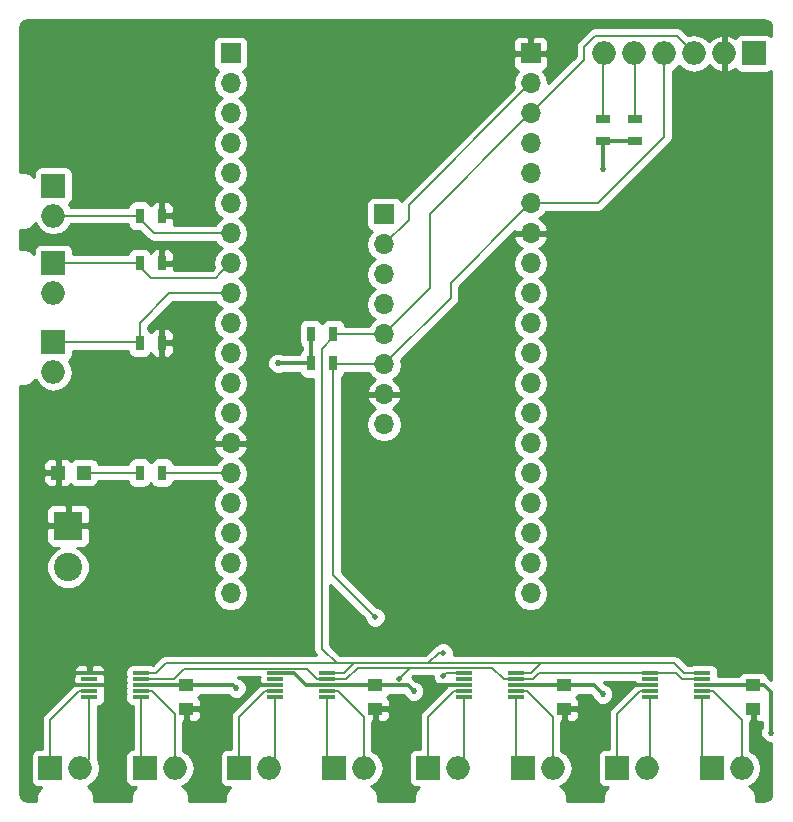
<source format=gbr>
G04 #@! TF.FileFunction,Copper,L1,Top,Signal*
%FSLAX46Y46*%
G04 Gerber Fmt 4.6, Leading zero omitted, Abs format (unit mm)*
G04 Created by KiCad (PCBNEW 4.0.7-e2-6376~58~ubuntu16.04.1) date Wed Sep  5 16:40:10 2018*
%MOMM*%
%LPD*%
G01*
G04 APERTURE LIST*
%ADD10C,0.100000*%
%ADD11R,1.700000X1.700000*%
%ADD12O,1.700000X1.700000*%
%ADD13R,1.250000X1.000000*%
%ADD14R,1.200000X1.200000*%
%ADD15O,1.998980X1.998980*%
%ADD16R,1.998980X1.998980*%
%ADD17C,2.400000*%
%ADD18R,2.400000X2.400000*%
%ADD19R,0.700000X1.300000*%
%ADD20R,1.300000X0.700000*%
%ADD21R,1.400000X0.300000*%
%ADD22C,0.520000*%
%ADD23C,0.508000*%
%ADD24C,0.300000*%
%ADD25C,0.175000*%
%ADD26C,0.254000*%
G04 APERTURE END LIST*
D10*
D11*
X134000000Y-44630000D03*
D12*
X134000000Y-47170000D03*
X134000000Y-49710000D03*
X134000000Y-52250000D03*
X134000000Y-54790000D03*
X134000000Y-57330000D03*
X134000000Y-59870000D03*
X134000000Y-62410000D03*
D13*
X117250000Y-84500000D03*
X117250000Y-86500000D03*
X133250000Y-84500000D03*
X133250000Y-86500000D03*
X149250000Y-84500000D03*
X149250000Y-86500000D03*
X165250000Y-84500000D03*
X165250000Y-86500000D03*
D14*
X108600000Y-66500000D03*
X106400000Y-66500000D03*
D15*
X106000000Y-44750000D03*
D16*
X106000000Y-42210000D03*
D17*
X107250000Y-74500000D03*
D18*
X107250000Y-71000000D03*
D15*
X157710000Y-31000000D03*
D16*
X165330000Y-31000000D03*
D15*
X162790000Y-31000000D03*
X160250000Y-31000000D03*
X155170000Y-31000000D03*
X152630000Y-31000000D03*
X106000000Y-51290000D03*
D16*
X106000000Y-48750000D03*
D15*
X106000000Y-58000000D03*
D16*
X106000000Y-55460000D03*
D11*
X121000000Y-31000000D03*
D12*
X121000000Y-33540000D03*
X121000000Y-36080000D03*
X121000000Y-38620000D03*
X121000000Y-41160000D03*
X121000000Y-43700000D03*
X121000000Y-46240000D03*
X121000000Y-48780000D03*
X121000000Y-51320000D03*
X121000000Y-53860000D03*
X121000000Y-56400000D03*
X121000000Y-58940000D03*
X121000000Y-61480000D03*
X121000000Y-64020000D03*
X121000000Y-66560000D03*
X121000000Y-69100000D03*
X121000000Y-71640000D03*
X121000000Y-74180000D03*
X121000000Y-76720000D03*
D15*
X108290000Y-91500000D03*
D16*
X105750000Y-91500000D03*
D15*
X116290000Y-91500000D03*
D16*
X113750000Y-91500000D03*
D15*
X124290000Y-91500000D03*
D16*
X121750000Y-91500000D03*
D15*
X132290000Y-91500000D03*
D16*
X129750000Y-91500000D03*
D15*
X140290000Y-91500000D03*
D16*
X137750000Y-91500000D03*
D15*
X148290000Y-91500000D03*
D16*
X145750000Y-91500000D03*
D15*
X156290000Y-91500000D03*
D16*
X153750000Y-91500000D03*
D15*
X164290000Y-91500000D03*
D16*
X161750000Y-91500000D03*
D11*
X146400000Y-31000000D03*
D12*
X146400000Y-33540000D03*
X146400000Y-36080000D03*
X146400000Y-38620000D03*
X146400000Y-41160000D03*
X146400000Y-43700000D03*
X146400000Y-46240000D03*
X146400000Y-48780000D03*
X146400000Y-51320000D03*
X146400000Y-53860000D03*
X146400000Y-56400000D03*
X146400000Y-58940000D03*
X146400000Y-61480000D03*
X146400000Y-64020000D03*
X146400000Y-66560000D03*
X146400000Y-69100000D03*
X146400000Y-71640000D03*
X146400000Y-74180000D03*
X146400000Y-76720000D03*
D19*
X113300000Y-44750000D03*
X115200000Y-44750000D03*
X115200000Y-48750000D03*
X113300000Y-48750000D03*
X113300000Y-55500000D03*
X115200000Y-55500000D03*
X127800000Y-54750000D03*
X129700000Y-54750000D03*
X127800000Y-57250000D03*
X129700000Y-57250000D03*
X115200000Y-66500000D03*
X113300000Y-66500000D03*
D20*
X155250000Y-36550000D03*
X155250000Y-38450000D03*
X152500000Y-36550000D03*
X152500000Y-38450000D03*
D21*
X109050000Y-83500000D03*
X109050000Y-84000000D03*
X109050000Y-84500000D03*
X109050000Y-85000000D03*
X109050000Y-85500000D03*
X113450000Y-85500000D03*
X113450000Y-85000000D03*
X113450000Y-84500000D03*
X113450000Y-84000000D03*
X113450000Y-83500000D03*
X124800000Y-83500000D03*
X124800000Y-84000000D03*
X124800000Y-84500000D03*
X124800000Y-85000000D03*
X124800000Y-85500000D03*
X129200000Y-85500000D03*
X129200000Y-85000000D03*
X129200000Y-84500000D03*
X129200000Y-84000000D03*
X129200000Y-83500000D03*
X140800000Y-83500000D03*
X140800000Y-84000000D03*
X140800000Y-84500000D03*
X140800000Y-85000000D03*
X140800000Y-85500000D03*
X145200000Y-85500000D03*
X145200000Y-85000000D03*
X145200000Y-84500000D03*
X145200000Y-84000000D03*
X145200000Y-83500000D03*
X156550000Y-83500000D03*
X156550000Y-84000000D03*
X156550000Y-84500000D03*
X156550000Y-85000000D03*
X156550000Y-85500000D03*
X160950000Y-85500000D03*
X160950000Y-85000000D03*
X160950000Y-84500000D03*
X160950000Y-84000000D03*
X160950000Y-83500000D03*
D22*
X152500000Y-40750000D03*
X117750000Y-47250000D03*
X165250000Y-87750000D03*
X118750000Y-86500000D03*
X135250000Y-86500000D03*
X151500000Y-86500000D03*
X136500000Y-85000000D03*
X152500000Y-85250000D03*
X166750000Y-88500000D03*
X121500000Y-84750000D03*
X125000000Y-57250000D03*
D23*
X139000000Y-81750000D03*
X139000000Y-83750000D03*
X135250000Y-83943590D03*
X133250000Y-78750000D03*
D24*
X152500000Y-40750000D02*
X152500000Y-38450000D01*
X152500000Y-38450000D02*
X155250000Y-38450000D01*
X115850000Y-48750000D02*
X116250000Y-48750000D01*
X116250000Y-48750000D02*
X117750000Y-47250000D01*
X115200000Y-48750000D02*
X115850000Y-48750000D01*
X165250000Y-86500000D02*
X165250000Y-87750000D01*
X117250000Y-86500000D02*
X118750000Y-86500000D01*
X133250000Y-86500000D02*
X135250000Y-86500000D01*
X149250000Y-86500000D02*
X151500000Y-86500000D01*
X156550000Y-84500000D02*
X154000000Y-84500000D01*
X140800000Y-84500000D02*
X138250000Y-84500000D01*
X124800000Y-84500000D02*
X122750000Y-84500000D01*
X109050000Y-84500000D02*
X107250000Y-84500000D01*
X109050000Y-84500000D02*
X110750000Y-84500000D01*
X109050000Y-83500000D02*
X107250000Y-83500000D01*
X109050000Y-83500000D02*
X110500000Y-83500000D01*
D25*
X113300000Y-48750000D02*
X113300000Y-49050000D01*
X113300000Y-49050000D02*
X114296023Y-50046023D01*
X114296023Y-50046023D02*
X119733977Y-50046023D01*
X119733977Y-50046023D02*
X120150001Y-49629999D01*
X120150001Y-49629999D02*
X121000000Y-48780000D01*
X106000000Y-48750000D02*
X113300000Y-48750000D01*
X113300000Y-55500000D02*
X113300000Y-53831714D01*
X113300000Y-53831714D02*
X115811714Y-51320000D01*
X115811714Y-51320000D02*
X119797919Y-51320000D01*
X119797919Y-51320000D02*
X121000000Y-51320000D01*
X106000000Y-55460000D02*
X113260000Y-55460000D01*
X113260000Y-55460000D02*
X113300000Y-55500000D01*
X108600000Y-66500000D02*
X113300000Y-66500000D01*
X155250000Y-36550000D02*
X155250000Y-31080000D01*
X155250000Y-31080000D02*
X155170000Y-31000000D01*
X152500000Y-36550000D02*
X152500000Y-31130000D01*
X152500000Y-31130000D02*
X152630000Y-31000000D01*
D24*
X133250000Y-84500000D02*
X136000000Y-84500000D01*
X136000000Y-84500000D02*
X136500000Y-85000000D01*
X149250000Y-84500000D02*
X151750000Y-84500000D01*
X151750000Y-84500000D02*
X152500000Y-85250000D01*
X145200000Y-84500000D02*
X149250000Y-84500000D01*
X165250000Y-84500000D02*
X160950000Y-84500000D01*
X166750000Y-88500000D02*
X166750000Y-85107188D01*
X166750000Y-85107188D02*
X166142812Y-84500000D01*
X166142812Y-84500000D02*
X165250000Y-84500000D01*
X124800000Y-83500000D02*
X126357167Y-83500000D01*
X126357167Y-83500000D02*
X127357167Y-84500000D01*
X127357167Y-84500000D02*
X128200000Y-84500000D01*
X128200000Y-84500000D02*
X129200000Y-84500000D01*
X117250000Y-84500000D02*
X121250000Y-84500000D01*
X121250000Y-84500000D02*
X121500000Y-84750000D01*
X129200000Y-84500000D02*
X133250000Y-84500000D01*
X113450000Y-84500000D02*
X117250000Y-84500000D01*
X127800000Y-54750000D02*
X127800000Y-57250000D01*
X125000000Y-57250000D02*
X127800000Y-57250000D01*
D25*
X113300000Y-44750000D02*
X113300000Y-45050000D01*
X113300000Y-45050000D02*
X114490000Y-46240000D01*
X114490000Y-46240000D02*
X119797919Y-46240000D01*
X119797919Y-46240000D02*
X121000000Y-46240000D01*
X106000000Y-44750000D02*
X113300000Y-44750000D01*
X134000000Y-47170000D02*
X136087336Y-45082664D01*
X136087336Y-45082664D02*
X136087336Y-43852664D01*
X136087336Y-43852664D02*
X145550001Y-34389999D01*
X145550001Y-34389999D02*
X146400000Y-33540000D01*
X129700000Y-54750000D02*
X129700000Y-55050000D01*
X129700000Y-55050000D02*
X128740431Y-56009569D01*
X128740431Y-56009569D02*
X128740431Y-81388608D01*
X128740431Y-81388608D02*
X130000000Y-82648177D01*
X115542630Y-82648177D02*
X130000000Y-82648177D01*
X130000000Y-82648177D02*
X132250000Y-82648177D01*
X132250000Y-82648177D02*
X137250000Y-82648177D01*
X137250000Y-82648177D02*
X148500000Y-82648177D01*
X138640790Y-81750000D02*
X137742613Y-82648177D01*
X139000000Y-81750000D02*
X138640790Y-81750000D01*
X137742613Y-82648177D02*
X137250000Y-82648177D01*
X140800000Y-83500000D02*
X139250000Y-83500000D01*
X139250000Y-83500000D02*
X139000000Y-83750000D01*
X148500000Y-82648177D02*
X158586649Y-82648177D01*
X158586649Y-82648177D02*
X159438472Y-83500000D01*
X159438472Y-83500000D02*
X160950000Y-83500000D01*
X145200000Y-83500000D02*
X146435844Y-83500000D01*
X146435844Y-83500000D02*
X147287667Y-82648177D01*
X147287667Y-82648177D02*
X148500000Y-82648177D01*
X129200000Y-83500000D02*
X130595153Y-83500000D01*
X130595153Y-83500000D02*
X131446976Y-82648177D01*
X131446976Y-82648177D02*
X132250000Y-82648177D01*
X113450000Y-83500000D02*
X114690807Y-83500000D01*
X114690807Y-83500000D02*
X115542630Y-82648177D01*
X134000000Y-54790000D02*
X129740000Y-54790000D01*
X129740000Y-54790000D02*
X129700000Y-54750000D01*
X134000000Y-54790000D02*
X137901602Y-50888398D01*
X137901602Y-50888398D02*
X137901602Y-44578398D01*
X137901602Y-44578398D02*
X145550001Y-36929999D01*
X145550001Y-36929999D02*
X146400000Y-36080000D01*
X160250000Y-31000000D02*
X158762480Y-29512480D01*
X158762480Y-29512480D02*
X151891261Y-29512480D01*
X151891261Y-29512480D02*
X150951429Y-30452312D01*
X150951429Y-30452312D02*
X150951429Y-31528571D01*
X150951429Y-31528571D02*
X146400000Y-36080000D01*
X135503999Y-83689591D02*
X135250000Y-83943590D01*
X136162955Y-83030635D02*
X135503999Y-83689591D01*
X138000000Y-83030635D02*
X136162955Y-83030635D01*
X131772995Y-83030635D02*
X138000000Y-83030635D01*
X138000000Y-83030635D02*
X143159393Y-83030635D01*
X129700000Y-57250000D02*
X129700000Y-75200000D01*
X129700000Y-75200000D02*
X133250000Y-78750000D01*
X129200000Y-84000000D02*
X130803630Y-84000000D01*
X130803630Y-84000000D02*
X131772995Y-83030635D01*
X143159393Y-83030635D02*
X144128758Y-84000000D01*
X144128758Y-84000000D02*
X145200000Y-84000000D01*
X145200000Y-84000000D02*
X146612549Y-84000000D01*
X146612549Y-84000000D02*
X147112549Y-83500000D01*
X147112549Y-83500000D02*
X155675000Y-83500000D01*
X155675000Y-83500000D02*
X156550000Y-83500000D01*
X158750000Y-83500000D02*
X159250000Y-84000000D01*
X159250000Y-84000000D02*
X160950000Y-84000000D01*
X156550000Y-83500000D02*
X158750000Y-83500000D01*
X113450000Y-84000000D02*
X116193178Y-84000000D01*
X116193178Y-84000000D02*
X117083079Y-83110099D01*
X117083079Y-83110099D02*
X127435099Y-83110099D01*
X127435099Y-83110099D02*
X128325000Y-84000000D01*
X128325000Y-84000000D02*
X129200000Y-84000000D01*
X134000000Y-57330000D02*
X129780000Y-57330000D01*
X129780000Y-57330000D02*
X129700000Y-57250000D01*
X134000000Y-57330000D02*
X139649968Y-51680032D01*
X139649968Y-51680032D02*
X139649968Y-50450032D01*
X139649968Y-50450032D02*
X145550001Y-44549999D01*
X145550001Y-44549999D02*
X146400000Y-43700000D01*
X157710000Y-31000000D02*
X157710000Y-38097461D01*
X157710000Y-38097461D02*
X152107461Y-43700000D01*
X152107461Y-43700000D02*
X147602081Y-43700000D01*
X147602081Y-43700000D02*
X146400000Y-43700000D01*
X109050000Y-85500000D02*
X109050000Y-90740000D01*
X109050000Y-90740000D02*
X108290000Y-91500000D01*
X109050000Y-85000000D02*
X108175000Y-85000000D01*
X108175000Y-85000000D02*
X105750000Y-87425000D01*
X105750000Y-87425000D02*
X105750000Y-90325510D01*
X105750000Y-90325510D02*
X105750000Y-91500000D01*
X113450000Y-85000000D02*
X114325000Y-85000000D01*
X114325000Y-85000000D02*
X116290000Y-86965000D01*
X116290000Y-86965000D02*
X116290000Y-90086508D01*
X116290000Y-90086508D02*
X116290000Y-91500000D01*
X113450000Y-85500000D02*
X113450000Y-91200000D01*
X113450000Y-91200000D02*
X113750000Y-91500000D01*
X124800000Y-85500000D02*
X124800000Y-90990000D01*
X124800000Y-90990000D02*
X124290000Y-91500000D01*
X124800000Y-85000000D02*
X123925000Y-85000000D01*
X123925000Y-85000000D02*
X121750000Y-87175000D01*
X121750000Y-87175000D02*
X121750000Y-90325510D01*
X121750000Y-90325510D02*
X121750000Y-91500000D01*
X129200000Y-85000000D02*
X130075000Y-85000000D01*
X132290000Y-90086508D02*
X132290000Y-91500000D01*
X130075000Y-85000000D02*
X132290000Y-87215000D01*
X132290000Y-87215000D02*
X132290000Y-90086508D01*
X129200000Y-85500000D02*
X129200000Y-90950000D01*
X129200000Y-90950000D02*
X129750000Y-91500000D01*
X140800000Y-85500000D02*
X140800000Y-90990000D01*
X140800000Y-90990000D02*
X140290000Y-91500000D01*
X140800000Y-85000000D02*
X139925000Y-85000000D01*
X137750000Y-87175000D02*
X137750000Y-90325510D01*
X139925000Y-85000000D02*
X137750000Y-87175000D01*
X137750000Y-90325510D02*
X137750000Y-91500000D01*
X145200000Y-85000000D02*
X146075000Y-85000000D01*
X146075000Y-85000000D02*
X148290000Y-87215000D01*
X148290000Y-87215000D02*
X148290000Y-90086508D01*
X148290000Y-90086508D02*
X148290000Y-91500000D01*
X145200000Y-85500000D02*
X145200000Y-90950000D01*
X145200000Y-90950000D02*
X145750000Y-91500000D01*
X156550000Y-85500000D02*
X156550000Y-91240000D01*
X156550000Y-91240000D02*
X156290000Y-91500000D01*
X156550000Y-85000000D02*
X155675000Y-85000000D01*
X155675000Y-85000000D02*
X153750000Y-86925000D01*
X153750000Y-86925000D02*
X153750000Y-90325510D01*
X153750000Y-90325510D02*
X153750000Y-91500000D01*
X160950000Y-85000000D02*
X161825000Y-85000000D01*
X161825000Y-85000000D02*
X164290000Y-87465000D01*
X164290000Y-87465000D02*
X164290000Y-90086508D01*
X164290000Y-90086508D02*
X164290000Y-91500000D01*
X160950000Y-85500000D02*
X160950000Y-90700000D01*
X160950000Y-90700000D02*
X161750000Y-91500000D01*
X115200000Y-66500000D02*
X120940000Y-66500000D01*
X120940000Y-66500000D02*
X121000000Y-66560000D01*
D26*
G36*
X138110846Y-83926057D02*
X138245903Y-84252920D01*
X138495764Y-84503218D01*
X138822391Y-84638846D01*
X139176057Y-84639154D01*
X139326055Y-84577176D01*
X137239115Y-86664115D01*
X137082497Y-86898511D01*
X137027500Y-87175000D01*
X137027500Y-89853070D01*
X136750510Y-89853070D01*
X136515193Y-89897348D01*
X136299069Y-90036420D01*
X136154079Y-90248620D01*
X136103070Y-90500510D01*
X136103070Y-92499490D01*
X136147348Y-92734807D01*
X136286420Y-92950931D01*
X136498620Y-93095921D01*
X136750510Y-93146930D01*
X136967322Y-93146930D01*
X136745991Y-93367875D01*
X136565206Y-93803255D01*
X136564794Y-94274677D01*
X136571125Y-94290000D01*
X133469290Y-94290000D01*
X133474794Y-94276745D01*
X133475206Y-93805323D01*
X133295180Y-93369628D01*
X132962125Y-93035991D01*
X132915189Y-93016502D01*
X132947514Y-93010072D01*
X133477781Y-92655759D01*
X133832094Y-92125492D01*
X133956512Y-91500000D01*
X133832094Y-90874508D01*
X133477781Y-90344241D01*
X133012500Y-90033350D01*
X133012500Y-87586750D01*
X133123000Y-87476250D01*
X133123000Y-86627000D01*
X133377000Y-86627000D01*
X133377000Y-87476250D01*
X133535750Y-87635000D01*
X134001310Y-87635000D01*
X134234699Y-87538327D01*
X134413327Y-87359698D01*
X134510000Y-87126309D01*
X134510000Y-86785750D01*
X134351250Y-86627000D01*
X133377000Y-86627000D01*
X133123000Y-86627000D01*
X133103000Y-86627000D01*
X133103000Y-86373000D01*
X133123000Y-86373000D01*
X133123000Y-86353000D01*
X133377000Y-86353000D01*
X133377000Y-86373000D01*
X134351250Y-86373000D01*
X134510000Y-86214250D01*
X134510000Y-85873691D01*
X134413327Y-85640302D01*
X134272090Y-85499064D01*
X134326441Y-85464090D01*
X134448808Y-85285000D01*
X135649369Y-85285000D01*
X135740814Y-85506314D01*
X135992361Y-85758302D01*
X136321192Y-85894844D01*
X136677245Y-85895155D01*
X137006314Y-85759186D01*
X137258302Y-85507639D01*
X137394844Y-85178808D01*
X137395155Y-84822755D01*
X137259186Y-84493686D01*
X137007639Y-84241698D01*
X136741236Y-84131078D01*
X136555079Y-83944921D01*
X136384449Y-83830910D01*
X136462224Y-83753135D01*
X138110997Y-83753135D01*
X138110846Y-83926057D01*
X138110846Y-83926057D01*
G37*
X138110846Y-83926057D02*
X138245903Y-84252920D01*
X138495764Y-84503218D01*
X138822391Y-84638846D01*
X139176057Y-84639154D01*
X139326055Y-84577176D01*
X137239115Y-86664115D01*
X137082497Y-86898511D01*
X137027500Y-87175000D01*
X137027500Y-89853070D01*
X136750510Y-89853070D01*
X136515193Y-89897348D01*
X136299069Y-90036420D01*
X136154079Y-90248620D01*
X136103070Y-90500510D01*
X136103070Y-92499490D01*
X136147348Y-92734807D01*
X136286420Y-92950931D01*
X136498620Y-93095921D01*
X136750510Y-93146930D01*
X136967322Y-93146930D01*
X136745991Y-93367875D01*
X136565206Y-93803255D01*
X136564794Y-94274677D01*
X136571125Y-94290000D01*
X133469290Y-94290000D01*
X133474794Y-94276745D01*
X133475206Y-93805323D01*
X133295180Y-93369628D01*
X132962125Y-93035991D01*
X132915189Y-93016502D01*
X132947514Y-93010072D01*
X133477781Y-92655759D01*
X133832094Y-92125492D01*
X133956512Y-91500000D01*
X133832094Y-90874508D01*
X133477781Y-90344241D01*
X133012500Y-90033350D01*
X133012500Y-87586750D01*
X133123000Y-87476250D01*
X133123000Y-86627000D01*
X133377000Y-86627000D01*
X133377000Y-87476250D01*
X133535750Y-87635000D01*
X134001310Y-87635000D01*
X134234699Y-87538327D01*
X134413327Y-87359698D01*
X134510000Y-87126309D01*
X134510000Y-86785750D01*
X134351250Y-86627000D01*
X133377000Y-86627000D01*
X133123000Y-86627000D01*
X133103000Y-86627000D01*
X133103000Y-86373000D01*
X133123000Y-86373000D01*
X133123000Y-86353000D01*
X133377000Y-86353000D01*
X133377000Y-86373000D01*
X134351250Y-86373000D01*
X134510000Y-86214250D01*
X134510000Y-85873691D01*
X134413327Y-85640302D01*
X134272090Y-85499064D01*
X134326441Y-85464090D01*
X134448808Y-85285000D01*
X135649369Y-85285000D01*
X135740814Y-85506314D01*
X135992361Y-85758302D01*
X136321192Y-85894844D01*
X136677245Y-85895155D01*
X137006314Y-85759186D01*
X137258302Y-85507639D01*
X137394844Y-85178808D01*
X137395155Y-84822755D01*
X137259186Y-84493686D01*
X137007639Y-84241698D01*
X136741236Y-84131078D01*
X136555079Y-83944921D01*
X136384449Y-83830910D01*
X136462224Y-83753135D01*
X138110997Y-83753135D01*
X138110846Y-83926057D01*
G36*
X155215000Y-84223690D02*
X155215000Y-84266250D01*
X155226621Y-84277871D01*
X155244520Y-84372998D01*
X155215000Y-84372998D01*
X155215000Y-84455115D01*
X155164115Y-84489115D01*
X153239115Y-86414115D01*
X153082497Y-86648511D01*
X153027500Y-86925000D01*
X153027500Y-89853070D01*
X152750510Y-89853070D01*
X152515193Y-89897348D01*
X152299069Y-90036420D01*
X152154079Y-90248620D01*
X152103070Y-90500510D01*
X152103070Y-92499490D01*
X152147348Y-92734807D01*
X152286420Y-92950931D01*
X152498620Y-93095921D01*
X152750510Y-93146930D01*
X152967322Y-93146930D01*
X152745991Y-93367875D01*
X152565206Y-93803255D01*
X152564794Y-94274677D01*
X152571125Y-94290000D01*
X149469290Y-94290000D01*
X149474794Y-94276745D01*
X149475206Y-93805323D01*
X149295180Y-93369628D01*
X148962125Y-93035991D01*
X148915189Y-93016502D01*
X148947514Y-93010072D01*
X149477781Y-92655759D01*
X149832094Y-92125492D01*
X149956512Y-91500000D01*
X149832094Y-90874508D01*
X149477781Y-90344241D01*
X149012500Y-90033350D01*
X149012500Y-87586750D01*
X149123000Y-87476250D01*
X149123000Y-86627000D01*
X149377000Y-86627000D01*
X149377000Y-87476250D01*
X149535750Y-87635000D01*
X150001310Y-87635000D01*
X150234699Y-87538327D01*
X150413327Y-87359698D01*
X150510000Y-87126309D01*
X150510000Y-86785750D01*
X150351250Y-86627000D01*
X149377000Y-86627000D01*
X149123000Y-86627000D01*
X149103000Y-86627000D01*
X149103000Y-86373000D01*
X149123000Y-86373000D01*
X149123000Y-86353000D01*
X149377000Y-86353000D01*
X149377000Y-86373000D01*
X150351250Y-86373000D01*
X150510000Y-86214250D01*
X150510000Y-85873691D01*
X150413327Y-85640302D01*
X150272090Y-85499064D01*
X150326441Y-85464090D01*
X150448808Y-85285000D01*
X151424842Y-85285000D01*
X151631432Y-85491590D01*
X151740814Y-85756314D01*
X151992361Y-86008302D01*
X152321192Y-86144844D01*
X152677245Y-86145155D01*
X153006314Y-86009186D01*
X153258302Y-85757639D01*
X153394844Y-85428808D01*
X153395155Y-85072755D01*
X153259186Y-84743686D01*
X153007639Y-84491698D01*
X152741236Y-84381078D01*
X152582658Y-84222500D01*
X155215493Y-84222500D01*
X155215000Y-84223690D01*
X155215000Y-84223690D01*
G37*
X155215000Y-84223690D02*
X155215000Y-84266250D01*
X155226621Y-84277871D01*
X155244520Y-84372998D01*
X155215000Y-84372998D01*
X155215000Y-84455115D01*
X155164115Y-84489115D01*
X153239115Y-86414115D01*
X153082497Y-86648511D01*
X153027500Y-86925000D01*
X153027500Y-89853070D01*
X152750510Y-89853070D01*
X152515193Y-89897348D01*
X152299069Y-90036420D01*
X152154079Y-90248620D01*
X152103070Y-90500510D01*
X152103070Y-92499490D01*
X152147348Y-92734807D01*
X152286420Y-92950931D01*
X152498620Y-93095921D01*
X152750510Y-93146930D01*
X152967322Y-93146930D01*
X152745991Y-93367875D01*
X152565206Y-93803255D01*
X152564794Y-94274677D01*
X152571125Y-94290000D01*
X149469290Y-94290000D01*
X149474794Y-94276745D01*
X149475206Y-93805323D01*
X149295180Y-93369628D01*
X148962125Y-93035991D01*
X148915189Y-93016502D01*
X148947514Y-93010072D01*
X149477781Y-92655759D01*
X149832094Y-92125492D01*
X149956512Y-91500000D01*
X149832094Y-90874508D01*
X149477781Y-90344241D01*
X149012500Y-90033350D01*
X149012500Y-87586750D01*
X149123000Y-87476250D01*
X149123000Y-86627000D01*
X149377000Y-86627000D01*
X149377000Y-87476250D01*
X149535750Y-87635000D01*
X150001310Y-87635000D01*
X150234699Y-87538327D01*
X150413327Y-87359698D01*
X150510000Y-87126309D01*
X150510000Y-86785750D01*
X150351250Y-86627000D01*
X149377000Y-86627000D01*
X149123000Y-86627000D01*
X149103000Y-86627000D01*
X149103000Y-86373000D01*
X149123000Y-86373000D01*
X149123000Y-86353000D01*
X149377000Y-86353000D01*
X149377000Y-86373000D01*
X150351250Y-86373000D01*
X150510000Y-86214250D01*
X150510000Y-85873691D01*
X150413327Y-85640302D01*
X150272090Y-85499064D01*
X150326441Y-85464090D01*
X150448808Y-85285000D01*
X151424842Y-85285000D01*
X151631432Y-85491590D01*
X151740814Y-85756314D01*
X151992361Y-86008302D01*
X152321192Y-86144844D01*
X152677245Y-86145155D01*
X153006314Y-86009186D01*
X153258302Y-85757639D01*
X153394844Y-85428808D01*
X153395155Y-85072755D01*
X153259186Y-84743686D01*
X153007639Y-84491698D01*
X152741236Y-84381078D01*
X152582658Y-84222500D01*
X155215493Y-84222500D01*
X155215000Y-84223690D01*
G36*
X166451325Y-28263956D02*
X166622002Y-28377998D01*
X166736044Y-28548675D01*
X166790000Y-28819927D01*
X166790000Y-29546623D01*
X166581380Y-29404079D01*
X166329490Y-29353070D01*
X164330510Y-29353070D01*
X164095193Y-29397348D01*
X163879069Y-29536420D01*
X163768906Y-29697649D01*
X163749726Y-29676932D01*
X163170355Y-29410373D01*
X162917000Y-29529193D01*
X162917000Y-30873000D01*
X162937000Y-30873000D01*
X162937000Y-31127000D01*
X162917000Y-31127000D01*
X162917000Y-32470807D01*
X163170355Y-32589627D01*
X163749726Y-32323068D01*
X163770030Y-32301137D01*
X163866420Y-32450931D01*
X164078620Y-32595921D01*
X164330510Y-32646930D01*
X166329490Y-32646930D01*
X166564807Y-32602652D01*
X166780931Y-32463580D01*
X166790000Y-32450307D01*
X166790000Y-84037030D01*
X166697891Y-83944921D01*
X166485355Y-83802909D01*
X166478162Y-83764683D01*
X166339090Y-83548559D01*
X166126890Y-83403569D01*
X165875000Y-83352560D01*
X164625000Y-83352560D01*
X164389683Y-83396838D01*
X164173559Y-83535910D01*
X164051192Y-83715000D01*
X162284277Y-83715000D01*
X162297440Y-83650000D01*
X162297440Y-83350000D01*
X162253162Y-83114683D01*
X162114090Y-82898559D01*
X161901890Y-82753569D01*
X161650000Y-82702560D01*
X160250000Y-82702560D01*
X160014683Y-82746838D01*
X159967033Y-82777500D01*
X159737741Y-82777500D01*
X159097534Y-82137292D01*
X158863138Y-81980674D01*
X158586649Y-81925677D01*
X147287672Y-81925677D01*
X147287667Y-81925676D01*
X147287662Y-81925677D01*
X139888848Y-81925677D01*
X139889154Y-81573943D01*
X139754097Y-81247080D01*
X139504236Y-80996782D01*
X139177609Y-80861154D01*
X138823943Y-80860846D01*
X138497080Y-80995903D01*
X138421790Y-81071062D01*
X138364301Y-81082497D01*
X138129905Y-81239115D01*
X137443343Y-81925677D01*
X131446981Y-81925677D01*
X131446976Y-81925676D01*
X131446971Y-81925677D01*
X130299269Y-81925677D01*
X129462931Y-81089338D01*
X129462931Y-75984701D01*
X132360884Y-78882654D01*
X132360846Y-78926057D01*
X132495903Y-79252920D01*
X132745764Y-79503218D01*
X133072391Y-79638846D01*
X133426057Y-79639154D01*
X133752920Y-79504097D01*
X134003218Y-79254236D01*
X134138846Y-78927609D01*
X134139154Y-78573943D01*
X134004097Y-78247080D01*
X133754236Y-77996782D01*
X133427609Y-77861154D01*
X133382885Y-77861115D01*
X130422500Y-74900730D01*
X130422500Y-62410000D01*
X132485907Y-62410000D01*
X132598946Y-62978285D01*
X132920853Y-63460054D01*
X133402622Y-63781961D01*
X133970907Y-63895000D01*
X134029093Y-63895000D01*
X134597378Y-63781961D01*
X135079147Y-63460054D01*
X135401054Y-62978285D01*
X135514093Y-62410000D01*
X135401054Y-61841715D01*
X135079147Y-61359946D01*
X134738447Y-61132298D01*
X134881358Y-61065183D01*
X135271645Y-60636924D01*
X135441476Y-60226890D01*
X135320155Y-59997000D01*
X134127000Y-59997000D01*
X134127000Y-60017000D01*
X133873000Y-60017000D01*
X133873000Y-59997000D01*
X132679845Y-59997000D01*
X132558524Y-60226890D01*
X132728355Y-60636924D01*
X133118642Y-61065183D01*
X133261553Y-61132298D01*
X132920853Y-61359946D01*
X132598946Y-61841715D01*
X132485907Y-62410000D01*
X130422500Y-62410000D01*
X130422500Y-58414887D01*
X130501441Y-58364090D01*
X130646431Y-58151890D01*
X130666558Y-58052500D01*
X132701989Y-58052500D01*
X132920853Y-58380054D01*
X133261553Y-58607702D01*
X133118642Y-58674817D01*
X132728355Y-59103076D01*
X132558524Y-59513110D01*
X132679845Y-59743000D01*
X133873000Y-59743000D01*
X133873000Y-59723000D01*
X134127000Y-59723000D01*
X134127000Y-59743000D01*
X135320155Y-59743000D01*
X135441476Y-59513110D01*
X135271645Y-59103076D01*
X134881358Y-58674817D01*
X134738447Y-58607702D01*
X135079147Y-58380054D01*
X135401054Y-57898285D01*
X135514093Y-57330000D01*
X135432411Y-56919359D01*
X140160850Y-52190919D01*
X140160853Y-52190917D01*
X140317471Y-51956521D01*
X140372468Y-51680032D01*
X140372468Y-50749302D01*
X142341769Y-48780000D01*
X144885907Y-48780000D01*
X144998946Y-49348285D01*
X145320853Y-49830054D01*
X145650026Y-50050000D01*
X145320853Y-50269946D01*
X144998946Y-50751715D01*
X144885907Y-51320000D01*
X144998946Y-51888285D01*
X145320853Y-52370054D01*
X145650026Y-52590000D01*
X145320853Y-52809946D01*
X144998946Y-53291715D01*
X144885907Y-53860000D01*
X144998946Y-54428285D01*
X145320853Y-54910054D01*
X145650026Y-55130000D01*
X145320853Y-55349946D01*
X144998946Y-55831715D01*
X144885907Y-56400000D01*
X144998946Y-56968285D01*
X145320853Y-57450054D01*
X145650026Y-57670000D01*
X145320853Y-57889946D01*
X144998946Y-58371715D01*
X144885907Y-58940000D01*
X144998946Y-59508285D01*
X145320853Y-59990054D01*
X145650026Y-60210000D01*
X145320853Y-60429946D01*
X144998946Y-60911715D01*
X144885907Y-61480000D01*
X144998946Y-62048285D01*
X145320853Y-62530054D01*
X145650026Y-62750000D01*
X145320853Y-62969946D01*
X144998946Y-63451715D01*
X144885907Y-64020000D01*
X144998946Y-64588285D01*
X145320853Y-65070054D01*
X145650026Y-65290000D01*
X145320853Y-65509946D01*
X144998946Y-65991715D01*
X144885907Y-66560000D01*
X144998946Y-67128285D01*
X145320853Y-67610054D01*
X145650026Y-67830000D01*
X145320853Y-68049946D01*
X144998946Y-68531715D01*
X144885907Y-69100000D01*
X144998946Y-69668285D01*
X145320853Y-70150054D01*
X145650026Y-70370000D01*
X145320853Y-70589946D01*
X144998946Y-71071715D01*
X144885907Y-71640000D01*
X144998946Y-72208285D01*
X145320853Y-72690054D01*
X145650026Y-72910000D01*
X145320853Y-73129946D01*
X144998946Y-73611715D01*
X144885907Y-74180000D01*
X144998946Y-74748285D01*
X145320853Y-75230054D01*
X145650026Y-75450000D01*
X145320853Y-75669946D01*
X144998946Y-76151715D01*
X144885907Y-76720000D01*
X144998946Y-77288285D01*
X145320853Y-77770054D01*
X145802622Y-78091961D01*
X146370907Y-78205000D01*
X146429093Y-78205000D01*
X146997378Y-78091961D01*
X147479147Y-77770054D01*
X147801054Y-77288285D01*
X147914093Y-76720000D01*
X147801054Y-76151715D01*
X147479147Y-75669946D01*
X147149974Y-75450000D01*
X147479147Y-75230054D01*
X147801054Y-74748285D01*
X147914093Y-74180000D01*
X147801054Y-73611715D01*
X147479147Y-73129946D01*
X147149974Y-72910000D01*
X147479147Y-72690054D01*
X147801054Y-72208285D01*
X147914093Y-71640000D01*
X147801054Y-71071715D01*
X147479147Y-70589946D01*
X147149974Y-70370000D01*
X147479147Y-70150054D01*
X147801054Y-69668285D01*
X147914093Y-69100000D01*
X147801054Y-68531715D01*
X147479147Y-68049946D01*
X147149974Y-67830000D01*
X147479147Y-67610054D01*
X147801054Y-67128285D01*
X147914093Y-66560000D01*
X147801054Y-65991715D01*
X147479147Y-65509946D01*
X147149974Y-65290000D01*
X147479147Y-65070054D01*
X147801054Y-64588285D01*
X147914093Y-64020000D01*
X147801054Y-63451715D01*
X147479147Y-62969946D01*
X147149974Y-62750000D01*
X147479147Y-62530054D01*
X147801054Y-62048285D01*
X147914093Y-61480000D01*
X147801054Y-60911715D01*
X147479147Y-60429946D01*
X147149974Y-60210000D01*
X147479147Y-59990054D01*
X147801054Y-59508285D01*
X147914093Y-58940000D01*
X147801054Y-58371715D01*
X147479147Y-57889946D01*
X147149974Y-57670000D01*
X147479147Y-57450054D01*
X147801054Y-56968285D01*
X147914093Y-56400000D01*
X147801054Y-55831715D01*
X147479147Y-55349946D01*
X147149974Y-55130000D01*
X147479147Y-54910054D01*
X147801054Y-54428285D01*
X147914093Y-53860000D01*
X147801054Y-53291715D01*
X147479147Y-52809946D01*
X147149974Y-52590000D01*
X147479147Y-52370054D01*
X147801054Y-51888285D01*
X147914093Y-51320000D01*
X147801054Y-50751715D01*
X147479147Y-50269946D01*
X147149974Y-50050000D01*
X147479147Y-49830054D01*
X147801054Y-49348285D01*
X147914093Y-48780000D01*
X147801054Y-48211715D01*
X147479147Y-47729946D01*
X147138447Y-47502298D01*
X147281358Y-47435183D01*
X147671645Y-47006924D01*
X147841476Y-46596890D01*
X147720155Y-46367000D01*
X146527000Y-46367000D01*
X146527000Y-46387000D01*
X146273000Y-46387000D01*
X146273000Y-46367000D01*
X145079845Y-46367000D01*
X144958524Y-46596890D01*
X145128355Y-47006924D01*
X145518642Y-47435183D01*
X145661553Y-47502298D01*
X145320853Y-47729946D01*
X144998946Y-48211715D01*
X144885907Y-48780000D01*
X142341769Y-48780000D01*
X145055293Y-46066476D01*
X145079845Y-46113000D01*
X146273000Y-46113000D01*
X146273000Y-46093000D01*
X146527000Y-46093000D01*
X146527000Y-46113000D01*
X147720155Y-46113000D01*
X147841476Y-45883110D01*
X147671645Y-45473076D01*
X147281358Y-45044817D01*
X147138447Y-44977702D01*
X147479147Y-44750054D01*
X147698011Y-44422500D01*
X152107461Y-44422500D01*
X152383950Y-44367503D01*
X152618346Y-44210885D01*
X158220882Y-38608348D01*
X158220885Y-38608346D01*
X158377503Y-38373950D01*
X158386628Y-38328077D01*
X158432501Y-38097461D01*
X158432500Y-38097456D01*
X158432500Y-32466650D01*
X158897781Y-32155759D01*
X158980000Y-32032710D01*
X159062219Y-32155759D01*
X159592486Y-32510072D01*
X160217978Y-32634490D01*
X160282022Y-32634490D01*
X160907514Y-32510072D01*
X161437781Y-32155759D01*
X161537379Y-32006700D01*
X161830274Y-32323068D01*
X162409645Y-32589627D01*
X162663000Y-32470807D01*
X162663000Y-31127000D01*
X162643000Y-31127000D01*
X162643000Y-30873000D01*
X162663000Y-30873000D01*
X162663000Y-29529193D01*
X162409645Y-29410373D01*
X161830274Y-29676932D01*
X161537379Y-29993300D01*
X161437781Y-29844241D01*
X160907514Y-29489928D01*
X160282022Y-29365510D01*
X160217978Y-29365510D01*
X159733624Y-29461854D01*
X159273365Y-29001595D01*
X159038969Y-28844977D01*
X158762480Y-28789980D01*
X151891261Y-28789980D01*
X151614772Y-28844977D01*
X151380376Y-29001595D01*
X150440544Y-29941427D01*
X150283926Y-30175823D01*
X150228929Y-30452312D01*
X150228929Y-31229302D01*
X147913066Y-33545165D01*
X147914093Y-33540000D01*
X147801054Y-32971715D01*
X147479147Y-32489946D01*
X147435223Y-32460597D01*
X147609698Y-32388327D01*
X147788327Y-32209699D01*
X147885000Y-31976310D01*
X147885000Y-31285750D01*
X147726250Y-31127000D01*
X146527000Y-31127000D01*
X146527000Y-31147000D01*
X146273000Y-31147000D01*
X146273000Y-31127000D01*
X145073750Y-31127000D01*
X144915000Y-31285750D01*
X144915000Y-31976310D01*
X145011673Y-32209699D01*
X145190302Y-32388327D01*
X145364777Y-32460597D01*
X145320853Y-32489946D01*
X144998946Y-32971715D01*
X144885907Y-33540000D01*
X144967589Y-33950641D01*
X135576451Y-43341779D01*
X135447134Y-43535316D01*
X135314090Y-43328559D01*
X135101890Y-43183569D01*
X134850000Y-43132560D01*
X133150000Y-43132560D01*
X132914683Y-43176838D01*
X132698559Y-43315910D01*
X132553569Y-43528110D01*
X132502560Y-43780000D01*
X132502560Y-45480000D01*
X132546838Y-45715317D01*
X132685910Y-45931441D01*
X132898110Y-46076431D01*
X132965541Y-46090086D01*
X132920853Y-46119946D01*
X132598946Y-46601715D01*
X132485907Y-47170000D01*
X132598946Y-47738285D01*
X132920853Y-48220054D01*
X133250026Y-48440000D01*
X132920853Y-48659946D01*
X132598946Y-49141715D01*
X132485907Y-49710000D01*
X132598946Y-50278285D01*
X132920853Y-50760054D01*
X133250026Y-50980000D01*
X132920853Y-51199946D01*
X132598946Y-51681715D01*
X132485907Y-52250000D01*
X132598946Y-52818285D01*
X132920853Y-53300054D01*
X133250026Y-53520000D01*
X132920853Y-53739946D01*
X132701989Y-54067500D01*
X130691325Y-54067500D01*
X130653162Y-53864683D01*
X130514090Y-53648559D01*
X130301890Y-53503569D01*
X130050000Y-53452560D01*
X129350000Y-53452560D01*
X129114683Y-53496838D01*
X128898559Y-53635910D01*
X128753569Y-53848110D01*
X128750919Y-53861197D01*
X128614090Y-53648559D01*
X128401890Y-53503569D01*
X128150000Y-53452560D01*
X127450000Y-53452560D01*
X127214683Y-53496838D01*
X126998559Y-53635910D01*
X126853569Y-53848110D01*
X126802560Y-54100000D01*
X126802560Y-55400000D01*
X126846838Y-55635317D01*
X126985910Y-55851441D01*
X127015000Y-55871317D01*
X127015000Y-56125331D01*
X126998559Y-56135910D01*
X126853569Y-56348110D01*
X126829898Y-56465000D01*
X125443343Y-56465000D01*
X125178808Y-56355156D01*
X124822755Y-56354845D01*
X124493686Y-56490814D01*
X124241698Y-56742361D01*
X124105156Y-57071192D01*
X124104845Y-57427245D01*
X124240814Y-57756314D01*
X124492361Y-58008302D01*
X124821192Y-58144844D01*
X125177245Y-58145155D01*
X125443840Y-58035000D01*
X126827962Y-58035000D01*
X126846838Y-58135317D01*
X126985910Y-58351441D01*
X127198110Y-58496431D01*
X127450000Y-58547440D01*
X128017931Y-58547440D01*
X128017931Y-81388608D01*
X128072928Y-81665097D01*
X128229546Y-81899493D01*
X128255730Y-81925677D01*
X115542635Y-81925677D01*
X115542630Y-81925676D01*
X115312014Y-81971549D01*
X115266141Y-81980674D01*
X115031745Y-82137292D01*
X115031743Y-82137295D01*
X114409957Y-82759081D01*
X114401890Y-82753569D01*
X114150000Y-82702560D01*
X112750000Y-82702560D01*
X112514683Y-82746838D01*
X112298559Y-82885910D01*
X112153569Y-83098110D01*
X112102560Y-83350000D01*
X112102560Y-83650000D01*
X112122067Y-83753671D01*
X112102560Y-83850000D01*
X112102560Y-84150000D01*
X112122067Y-84253671D01*
X112102560Y-84350000D01*
X112102560Y-84650000D01*
X112122067Y-84753671D01*
X112102560Y-84850000D01*
X112102560Y-85150000D01*
X112122067Y-85253671D01*
X112102560Y-85350000D01*
X112102560Y-85650000D01*
X112146838Y-85885317D01*
X112285910Y-86101441D01*
X112498110Y-86246431D01*
X112727500Y-86292884D01*
X112727500Y-89857400D01*
X112515193Y-89897348D01*
X112299069Y-90036420D01*
X112154079Y-90248620D01*
X112103070Y-90500510D01*
X112103070Y-92499490D01*
X112147348Y-92734807D01*
X112286420Y-92950931D01*
X112498620Y-93095921D01*
X112750510Y-93146930D01*
X112967322Y-93146930D01*
X112745991Y-93367875D01*
X112565206Y-93803255D01*
X112564794Y-94274677D01*
X112571125Y-94290000D01*
X109469290Y-94290000D01*
X109474794Y-94276745D01*
X109475206Y-93805323D01*
X109295180Y-93369628D01*
X108962125Y-93035991D01*
X108915189Y-93016502D01*
X108947514Y-93010072D01*
X109477781Y-92655759D01*
X109832094Y-92125492D01*
X109956512Y-91500000D01*
X109832094Y-90874508D01*
X109765553Y-90774923D01*
X109772500Y-90740000D01*
X109772500Y-86293206D01*
X109985317Y-86253162D01*
X110201441Y-86114090D01*
X110346431Y-85901890D01*
X110397440Y-85650000D01*
X110397440Y-85350000D01*
X110377933Y-85246329D01*
X110397440Y-85150000D01*
X110397440Y-84850000D01*
X110384020Y-84778677D01*
X110385000Y-84776310D01*
X110385000Y-84733750D01*
X110373379Y-84722129D01*
X110353162Y-84614683D01*
X110279380Y-84500022D01*
X110346431Y-84401890D01*
X110371080Y-84280170D01*
X110385000Y-84266250D01*
X110385000Y-84223690D01*
X110383333Y-84219665D01*
X110397440Y-84150000D01*
X110397440Y-83850000D01*
X110384020Y-83778677D01*
X110385000Y-83776310D01*
X110385000Y-83733750D01*
X110373379Y-83722129D01*
X110353162Y-83614683D01*
X110229204Y-83422046D01*
X110385000Y-83266250D01*
X110385000Y-83223690D01*
X110288327Y-82990301D01*
X110109698Y-82811673D01*
X109876309Y-82715000D01*
X109335750Y-82715000D01*
X109177000Y-82873750D01*
X109177000Y-83202560D01*
X108923000Y-83202560D01*
X108923000Y-82873750D01*
X108764250Y-82715000D01*
X108223691Y-82715000D01*
X107990302Y-82811673D01*
X107811673Y-82990301D01*
X107715000Y-83223690D01*
X107715000Y-83266250D01*
X107872621Y-83423871D01*
X107753569Y-83598110D01*
X107728920Y-83719830D01*
X107715000Y-83733750D01*
X107715000Y-83776310D01*
X107716667Y-83780335D01*
X107702560Y-83850000D01*
X107702560Y-84150000D01*
X107715980Y-84221323D01*
X107715000Y-84223690D01*
X107715000Y-84266250D01*
X107726621Y-84277871D01*
X107744520Y-84372998D01*
X107715000Y-84372998D01*
X107715000Y-84455115D01*
X107664115Y-84489115D01*
X105239115Y-86914115D01*
X105082497Y-87148511D01*
X105027500Y-87425000D01*
X105027500Y-89853070D01*
X104750510Y-89853070D01*
X104515193Y-89897348D01*
X104299069Y-90036420D01*
X104154079Y-90248620D01*
X104103070Y-90500510D01*
X104103070Y-92499490D01*
X104147348Y-92734807D01*
X104286420Y-92950931D01*
X104498620Y-93095921D01*
X104750510Y-93146930D01*
X104967322Y-93146930D01*
X104745991Y-93367875D01*
X104565206Y-93803255D01*
X104564794Y-94274677D01*
X104571125Y-94290000D01*
X103819927Y-94290000D01*
X103548675Y-94236044D01*
X103377998Y-94122002D01*
X103263956Y-93951325D01*
X103210000Y-93680073D01*
X103210000Y-74863403D01*
X105414682Y-74863403D01*
X105693455Y-75538086D01*
X106209199Y-76054730D01*
X106883395Y-76334681D01*
X107613403Y-76335318D01*
X108288086Y-76056545D01*
X108804730Y-75540801D01*
X109084681Y-74866605D01*
X109085318Y-74136597D01*
X108806545Y-73461914D01*
X108290801Y-72945270D01*
X108025242Y-72835000D01*
X108576310Y-72835000D01*
X108809699Y-72738327D01*
X108988327Y-72559698D01*
X109085000Y-72326309D01*
X109085000Y-71285750D01*
X108926250Y-71127000D01*
X107377000Y-71127000D01*
X107377000Y-71147000D01*
X107123000Y-71147000D01*
X107123000Y-71127000D01*
X105573750Y-71127000D01*
X105415000Y-71285750D01*
X105415000Y-72326309D01*
X105511673Y-72559698D01*
X105690301Y-72738327D01*
X105923690Y-72835000D01*
X106474395Y-72835000D01*
X106211914Y-72943455D01*
X105695270Y-73459199D01*
X105415319Y-74133395D01*
X105414682Y-74863403D01*
X103210000Y-74863403D01*
X103210000Y-69673691D01*
X105415000Y-69673691D01*
X105415000Y-70714250D01*
X105573750Y-70873000D01*
X107123000Y-70873000D01*
X107123000Y-69323750D01*
X107377000Y-69323750D01*
X107377000Y-70873000D01*
X108926250Y-70873000D01*
X109085000Y-70714250D01*
X109085000Y-69673691D01*
X108988327Y-69440302D01*
X108809699Y-69261673D01*
X108576310Y-69165000D01*
X107535750Y-69165000D01*
X107377000Y-69323750D01*
X107123000Y-69323750D01*
X106964250Y-69165000D01*
X105923690Y-69165000D01*
X105690301Y-69261673D01*
X105511673Y-69440302D01*
X105415000Y-69673691D01*
X103210000Y-69673691D01*
X103210000Y-66785750D01*
X105165000Y-66785750D01*
X105165000Y-67226310D01*
X105261673Y-67459699D01*
X105440302Y-67638327D01*
X105673691Y-67735000D01*
X106114250Y-67735000D01*
X106273000Y-67576250D01*
X106273000Y-66627000D01*
X105323750Y-66627000D01*
X105165000Y-66785750D01*
X103210000Y-66785750D01*
X103210000Y-65773690D01*
X105165000Y-65773690D01*
X105165000Y-66214250D01*
X105323750Y-66373000D01*
X106273000Y-66373000D01*
X106273000Y-65423750D01*
X106527000Y-65423750D01*
X106527000Y-66373000D01*
X106547000Y-66373000D01*
X106547000Y-66627000D01*
X106527000Y-66627000D01*
X106527000Y-67576250D01*
X106685750Y-67735000D01*
X107126309Y-67735000D01*
X107359698Y-67638327D01*
X107500936Y-67497090D01*
X107535910Y-67551441D01*
X107748110Y-67696431D01*
X108000000Y-67747440D01*
X109200000Y-67747440D01*
X109435317Y-67703162D01*
X109651441Y-67564090D01*
X109796431Y-67351890D01*
X109822633Y-67222500D01*
X112316202Y-67222500D01*
X112346838Y-67385317D01*
X112485910Y-67601441D01*
X112698110Y-67746431D01*
X112950000Y-67797440D01*
X113650000Y-67797440D01*
X113885317Y-67753162D01*
X114101441Y-67614090D01*
X114246431Y-67401890D01*
X114249081Y-67388803D01*
X114385910Y-67601441D01*
X114598110Y-67746431D01*
X114850000Y-67797440D01*
X115550000Y-67797440D01*
X115785317Y-67753162D01*
X116001441Y-67614090D01*
X116146431Y-67401890D01*
X116182758Y-67222500D01*
X119661898Y-67222500D01*
X119920853Y-67610054D01*
X120250026Y-67830000D01*
X119920853Y-68049946D01*
X119598946Y-68531715D01*
X119485907Y-69100000D01*
X119598946Y-69668285D01*
X119920853Y-70150054D01*
X120250026Y-70370000D01*
X119920853Y-70589946D01*
X119598946Y-71071715D01*
X119485907Y-71640000D01*
X119598946Y-72208285D01*
X119920853Y-72690054D01*
X120250026Y-72910000D01*
X119920853Y-73129946D01*
X119598946Y-73611715D01*
X119485907Y-74180000D01*
X119598946Y-74748285D01*
X119920853Y-75230054D01*
X120250026Y-75450000D01*
X119920853Y-75669946D01*
X119598946Y-76151715D01*
X119485907Y-76720000D01*
X119598946Y-77288285D01*
X119920853Y-77770054D01*
X120402622Y-78091961D01*
X120970907Y-78205000D01*
X121029093Y-78205000D01*
X121597378Y-78091961D01*
X122079147Y-77770054D01*
X122401054Y-77288285D01*
X122514093Y-76720000D01*
X122401054Y-76151715D01*
X122079147Y-75669946D01*
X121749974Y-75450000D01*
X122079147Y-75230054D01*
X122401054Y-74748285D01*
X122514093Y-74180000D01*
X122401054Y-73611715D01*
X122079147Y-73129946D01*
X121749974Y-72910000D01*
X122079147Y-72690054D01*
X122401054Y-72208285D01*
X122514093Y-71640000D01*
X122401054Y-71071715D01*
X122079147Y-70589946D01*
X121749974Y-70370000D01*
X122079147Y-70150054D01*
X122401054Y-69668285D01*
X122514093Y-69100000D01*
X122401054Y-68531715D01*
X122079147Y-68049946D01*
X121749974Y-67830000D01*
X122079147Y-67610054D01*
X122401054Y-67128285D01*
X122514093Y-66560000D01*
X122401054Y-65991715D01*
X122079147Y-65509946D01*
X121738447Y-65282298D01*
X121881358Y-65215183D01*
X122271645Y-64786924D01*
X122441476Y-64376890D01*
X122320155Y-64147000D01*
X121127000Y-64147000D01*
X121127000Y-64167000D01*
X120873000Y-64167000D01*
X120873000Y-64147000D01*
X119679845Y-64147000D01*
X119558524Y-64376890D01*
X119728355Y-64786924D01*
X120118642Y-65215183D01*
X120261553Y-65282298D01*
X119920853Y-65509946D01*
X119742080Y-65777500D01*
X116183798Y-65777500D01*
X116153162Y-65614683D01*
X116014090Y-65398559D01*
X115801890Y-65253569D01*
X115550000Y-65202560D01*
X114850000Y-65202560D01*
X114614683Y-65246838D01*
X114398559Y-65385910D01*
X114253569Y-65598110D01*
X114250919Y-65611197D01*
X114114090Y-65398559D01*
X113901890Y-65253569D01*
X113650000Y-65202560D01*
X112950000Y-65202560D01*
X112714683Y-65246838D01*
X112498559Y-65385910D01*
X112353569Y-65598110D01*
X112317242Y-65777500D01*
X109824390Y-65777500D01*
X109803162Y-65664683D01*
X109664090Y-65448559D01*
X109451890Y-65303569D01*
X109200000Y-65252560D01*
X108000000Y-65252560D01*
X107764683Y-65296838D01*
X107548559Y-65435910D01*
X107502031Y-65504006D01*
X107359698Y-65361673D01*
X107126309Y-65265000D01*
X106685750Y-65265000D01*
X106527000Y-65423750D01*
X106273000Y-65423750D01*
X106114250Y-65265000D01*
X105673691Y-65265000D01*
X105440302Y-65361673D01*
X105261673Y-65540301D01*
X105165000Y-65773690D01*
X103210000Y-65773690D01*
X103210000Y-59179290D01*
X103223255Y-59184794D01*
X103694677Y-59185206D01*
X104130372Y-59005180D01*
X104464009Y-58672125D01*
X104483498Y-58625189D01*
X104489928Y-58657514D01*
X104844241Y-59187781D01*
X105374508Y-59542094D01*
X106000000Y-59666512D01*
X106625492Y-59542094D01*
X107155759Y-59187781D01*
X107510072Y-58657514D01*
X107634490Y-58032022D01*
X107634490Y-57967978D01*
X107510072Y-57342486D01*
X107296547Y-57022923D01*
X107450931Y-56923580D01*
X107595921Y-56711380D01*
X107646930Y-56459490D01*
X107646930Y-56182500D01*
X112308675Y-56182500D01*
X112346838Y-56385317D01*
X112485910Y-56601441D01*
X112698110Y-56746431D01*
X112950000Y-56797440D01*
X113650000Y-56797440D01*
X113885317Y-56753162D01*
X114101441Y-56614090D01*
X114246431Y-56401890D01*
X114253191Y-56368510D01*
X114311673Y-56509699D01*
X114490302Y-56688327D01*
X114723691Y-56785000D01*
X114914250Y-56785000D01*
X115073000Y-56626250D01*
X115073000Y-55627000D01*
X115327000Y-55627000D01*
X115327000Y-56626250D01*
X115485750Y-56785000D01*
X115676309Y-56785000D01*
X115909698Y-56688327D01*
X116088327Y-56509699D01*
X116185000Y-56276310D01*
X116185000Y-55785750D01*
X116026250Y-55627000D01*
X115327000Y-55627000D01*
X115073000Y-55627000D01*
X115053000Y-55627000D01*
X115053000Y-55373000D01*
X115073000Y-55373000D01*
X115073000Y-54373750D01*
X115327000Y-54373750D01*
X115327000Y-55373000D01*
X116026250Y-55373000D01*
X116185000Y-55214250D01*
X116185000Y-54723690D01*
X116088327Y-54490301D01*
X115909698Y-54311673D01*
X115676309Y-54215000D01*
X115485750Y-54215000D01*
X115327000Y-54373750D01*
X115073000Y-54373750D01*
X114914250Y-54215000D01*
X114723691Y-54215000D01*
X114490302Y-54311673D01*
X114311673Y-54490301D01*
X114255346Y-54626287D01*
X114253162Y-54614683D01*
X114114090Y-54398559D01*
X114022500Y-54335978D01*
X114022500Y-54130984D01*
X116110984Y-52042500D01*
X119701989Y-52042500D01*
X119920853Y-52370054D01*
X120250026Y-52590000D01*
X119920853Y-52809946D01*
X119598946Y-53291715D01*
X119485907Y-53860000D01*
X119598946Y-54428285D01*
X119920853Y-54910054D01*
X120250026Y-55130000D01*
X119920853Y-55349946D01*
X119598946Y-55831715D01*
X119485907Y-56400000D01*
X119598946Y-56968285D01*
X119920853Y-57450054D01*
X120250026Y-57670000D01*
X119920853Y-57889946D01*
X119598946Y-58371715D01*
X119485907Y-58940000D01*
X119598946Y-59508285D01*
X119920853Y-59990054D01*
X120250026Y-60210000D01*
X119920853Y-60429946D01*
X119598946Y-60911715D01*
X119485907Y-61480000D01*
X119598946Y-62048285D01*
X119920853Y-62530054D01*
X120261553Y-62757702D01*
X120118642Y-62824817D01*
X119728355Y-63253076D01*
X119558524Y-63663110D01*
X119679845Y-63893000D01*
X120873000Y-63893000D01*
X120873000Y-63873000D01*
X121127000Y-63873000D01*
X121127000Y-63893000D01*
X122320155Y-63893000D01*
X122441476Y-63663110D01*
X122271645Y-63253076D01*
X121881358Y-62824817D01*
X121738447Y-62757702D01*
X122079147Y-62530054D01*
X122401054Y-62048285D01*
X122514093Y-61480000D01*
X122401054Y-60911715D01*
X122079147Y-60429946D01*
X121749974Y-60210000D01*
X122079147Y-59990054D01*
X122401054Y-59508285D01*
X122514093Y-58940000D01*
X122401054Y-58371715D01*
X122079147Y-57889946D01*
X121749974Y-57670000D01*
X122079147Y-57450054D01*
X122401054Y-56968285D01*
X122514093Y-56400000D01*
X122401054Y-55831715D01*
X122079147Y-55349946D01*
X121749974Y-55130000D01*
X122079147Y-54910054D01*
X122401054Y-54428285D01*
X122514093Y-53860000D01*
X122401054Y-53291715D01*
X122079147Y-52809946D01*
X121749974Y-52590000D01*
X122079147Y-52370054D01*
X122401054Y-51888285D01*
X122514093Y-51320000D01*
X122401054Y-50751715D01*
X122079147Y-50269946D01*
X121749974Y-50050000D01*
X122079147Y-49830054D01*
X122401054Y-49348285D01*
X122514093Y-48780000D01*
X122401054Y-48211715D01*
X122079147Y-47729946D01*
X121749974Y-47510000D01*
X122079147Y-47290054D01*
X122401054Y-46808285D01*
X122514093Y-46240000D01*
X122401054Y-45671715D01*
X122079147Y-45189946D01*
X121749974Y-44970000D01*
X122079147Y-44750054D01*
X122401054Y-44268285D01*
X122514093Y-43700000D01*
X122401054Y-43131715D01*
X122079147Y-42649946D01*
X121749974Y-42430000D01*
X122079147Y-42210054D01*
X122401054Y-41728285D01*
X122514093Y-41160000D01*
X122401054Y-40591715D01*
X122079147Y-40109946D01*
X121749974Y-39890000D01*
X122079147Y-39670054D01*
X122401054Y-39188285D01*
X122514093Y-38620000D01*
X122401054Y-38051715D01*
X122079147Y-37569946D01*
X121749974Y-37350000D01*
X122079147Y-37130054D01*
X122401054Y-36648285D01*
X122514093Y-36080000D01*
X122401054Y-35511715D01*
X122079147Y-35029946D01*
X121749974Y-34810000D01*
X122079147Y-34590054D01*
X122401054Y-34108285D01*
X122514093Y-33540000D01*
X122401054Y-32971715D01*
X122079147Y-32489946D01*
X122037548Y-32462150D01*
X122085317Y-32453162D01*
X122301441Y-32314090D01*
X122446431Y-32101890D01*
X122497440Y-31850000D01*
X122497440Y-30150000D01*
X122473674Y-30023690D01*
X144915000Y-30023690D01*
X144915000Y-30714250D01*
X145073750Y-30873000D01*
X146273000Y-30873000D01*
X146273000Y-29673750D01*
X146527000Y-29673750D01*
X146527000Y-30873000D01*
X147726250Y-30873000D01*
X147885000Y-30714250D01*
X147885000Y-30023690D01*
X147788327Y-29790301D01*
X147609698Y-29611673D01*
X147376309Y-29515000D01*
X146685750Y-29515000D01*
X146527000Y-29673750D01*
X146273000Y-29673750D01*
X146114250Y-29515000D01*
X145423691Y-29515000D01*
X145190302Y-29611673D01*
X145011673Y-29790301D01*
X144915000Y-30023690D01*
X122473674Y-30023690D01*
X122453162Y-29914683D01*
X122314090Y-29698559D01*
X122101890Y-29553569D01*
X121850000Y-29502560D01*
X120150000Y-29502560D01*
X119914683Y-29546838D01*
X119698559Y-29685910D01*
X119553569Y-29898110D01*
X119502560Y-30150000D01*
X119502560Y-31850000D01*
X119546838Y-32085317D01*
X119685910Y-32301441D01*
X119898110Y-32446431D01*
X119965541Y-32460086D01*
X119920853Y-32489946D01*
X119598946Y-32971715D01*
X119485907Y-33540000D01*
X119598946Y-34108285D01*
X119920853Y-34590054D01*
X120250026Y-34810000D01*
X119920853Y-35029946D01*
X119598946Y-35511715D01*
X119485907Y-36080000D01*
X119598946Y-36648285D01*
X119920853Y-37130054D01*
X120250026Y-37350000D01*
X119920853Y-37569946D01*
X119598946Y-38051715D01*
X119485907Y-38620000D01*
X119598946Y-39188285D01*
X119920853Y-39670054D01*
X120250026Y-39890000D01*
X119920853Y-40109946D01*
X119598946Y-40591715D01*
X119485907Y-41160000D01*
X119598946Y-41728285D01*
X119920853Y-42210054D01*
X120250026Y-42430000D01*
X119920853Y-42649946D01*
X119598946Y-43131715D01*
X119485907Y-43700000D01*
X119598946Y-44268285D01*
X119920853Y-44750054D01*
X120250026Y-44970000D01*
X119920853Y-45189946D01*
X119701989Y-45517500D01*
X116185000Y-45517500D01*
X116185000Y-45035750D01*
X116026250Y-44877000D01*
X115327000Y-44877000D01*
X115327000Y-44897000D01*
X115073000Y-44897000D01*
X115073000Y-44877000D01*
X115053000Y-44877000D01*
X115053000Y-44623000D01*
X115073000Y-44623000D01*
X115073000Y-43623750D01*
X115327000Y-43623750D01*
X115327000Y-44623000D01*
X116026250Y-44623000D01*
X116185000Y-44464250D01*
X116185000Y-43973690D01*
X116088327Y-43740301D01*
X115909698Y-43561673D01*
X115676309Y-43465000D01*
X115485750Y-43465000D01*
X115327000Y-43623750D01*
X115073000Y-43623750D01*
X114914250Y-43465000D01*
X114723691Y-43465000D01*
X114490302Y-43561673D01*
X114311673Y-43740301D01*
X114255346Y-43876287D01*
X114253162Y-43864683D01*
X114114090Y-43648559D01*
X113901890Y-43503569D01*
X113650000Y-43452560D01*
X112950000Y-43452560D01*
X112714683Y-43496838D01*
X112498559Y-43635910D01*
X112353569Y-43848110D01*
X112317242Y-44027500D01*
X107466650Y-44027500D01*
X107296547Y-43772923D01*
X107450931Y-43673580D01*
X107595921Y-43461380D01*
X107646930Y-43209490D01*
X107646930Y-41210510D01*
X107602652Y-40975193D01*
X107463580Y-40759069D01*
X107251380Y-40614079D01*
X106999490Y-40563070D01*
X105000510Y-40563070D01*
X104765193Y-40607348D01*
X104549069Y-40746420D01*
X104404079Y-40958620D01*
X104353070Y-41210510D01*
X104353070Y-41427322D01*
X104132125Y-41205991D01*
X103696745Y-41025206D01*
X103225323Y-41024794D01*
X103210000Y-41031125D01*
X103210000Y-28819927D01*
X103263956Y-28548675D01*
X103377998Y-28377998D01*
X103548675Y-28263956D01*
X103819927Y-28210000D01*
X166180073Y-28210000D01*
X166451325Y-28263956D01*
X166451325Y-28263956D01*
G37*
X166451325Y-28263956D02*
X166622002Y-28377998D01*
X166736044Y-28548675D01*
X166790000Y-28819927D01*
X166790000Y-29546623D01*
X166581380Y-29404079D01*
X166329490Y-29353070D01*
X164330510Y-29353070D01*
X164095193Y-29397348D01*
X163879069Y-29536420D01*
X163768906Y-29697649D01*
X163749726Y-29676932D01*
X163170355Y-29410373D01*
X162917000Y-29529193D01*
X162917000Y-30873000D01*
X162937000Y-30873000D01*
X162937000Y-31127000D01*
X162917000Y-31127000D01*
X162917000Y-32470807D01*
X163170355Y-32589627D01*
X163749726Y-32323068D01*
X163770030Y-32301137D01*
X163866420Y-32450931D01*
X164078620Y-32595921D01*
X164330510Y-32646930D01*
X166329490Y-32646930D01*
X166564807Y-32602652D01*
X166780931Y-32463580D01*
X166790000Y-32450307D01*
X166790000Y-84037030D01*
X166697891Y-83944921D01*
X166485355Y-83802909D01*
X166478162Y-83764683D01*
X166339090Y-83548559D01*
X166126890Y-83403569D01*
X165875000Y-83352560D01*
X164625000Y-83352560D01*
X164389683Y-83396838D01*
X164173559Y-83535910D01*
X164051192Y-83715000D01*
X162284277Y-83715000D01*
X162297440Y-83650000D01*
X162297440Y-83350000D01*
X162253162Y-83114683D01*
X162114090Y-82898559D01*
X161901890Y-82753569D01*
X161650000Y-82702560D01*
X160250000Y-82702560D01*
X160014683Y-82746838D01*
X159967033Y-82777500D01*
X159737741Y-82777500D01*
X159097534Y-82137292D01*
X158863138Y-81980674D01*
X158586649Y-81925677D01*
X147287672Y-81925677D01*
X147287667Y-81925676D01*
X147287662Y-81925677D01*
X139888848Y-81925677D01*
X139889154Y-81573943D01*
X139754097Y-81247080D01*
X139504236Y-80996782D01*
X139177609Y-80861154D01*
X138823943Y-80860846D01*
X138497080Y-80995903D01*
X138421790Y-81071062D01*
X138364301Y-81082497D01*
X138129905Y-81239115D01*
X137443343Y-81925677D01*
X131446981Y-81925677D01*
X131446976Y-81925676D01*
X131446971Y-81925677D01*
X130299269Y-81925677D01*
X129462931Y-81089338D01*
X129462931Y-75984701D01*
X132360884Y-78882654D01*
X132360846Y-78926057D01*
X132495903Y-79252920D01*
X132745764Y-79503218D01*
X133072391Y-79638846D01*
X133426057Y-79639154D01*
X133752920Y-79504097D01*
X134003218Y-79254236D01*
X134138846Y-78927609D01*
X134139154Y-78573943D01*
X134004097Y-78247080D01*
X133754236Y-77996782D01*
X133427609Y-77861154D01*
X133382885Y-77861115D01*
X130422500Y-74900730D01*
X130422500Y-62410000D01*
X132485907Y-62410000D01*
X132598946Y-62978285D01*
X132920853Y-63460054D01*
X133402622Y-63781961D01*
X133970907Y-63895000D01*
X134029093Y-63895000D01*
X134597378Y-63781961D01*
X135079147Y-63460054D01*
X135401054Y-62978285D01*
X135514093Y-62410000D01*
X135401054Y-61841715D01*
X135079147Y-61359946D01*
X134738447Y-61132298D01*
X134881358Y-61065183D01*
X135271645Y-60636924D01*
X135441476Y-60226890D01*
X135320155Y-59997000D01*
X134127000Y-59997000D01*
X134127000Y-60017000D01*
X133873000Y-60017000D01*
X133873000Y-59997000D01*
X132679845Y-59997000D01*
X132558524Y-60226890D01*
X132728355Y-60636924D01*
X133118642Y-61065183D01*
X133261553Y-61132298D01*
X132920853Y-61359946D01*
X132598946Y-61841715D01*
X132485907Y-62410000D01*
X130422500Y-62410000D01*
X130422500Y-58414887D01*
X130501441Y-58364090D01*
X130646431Y-58151890D01*
X130666558Y-58052500D01*
X132701989Y-58052500D01*
X132920853Y-58380054D01*
X133261553Y-58607702D01*
X133118642Y-58674817D01*
X132728355Y-59103076D01*
X132558524Y-59513110D01*
X132679845Y-59743000D01*
X133873000Y-59743000D01*
X133873000Y-59723000D01*
X134127000Y-59723000D01*
X134127000Y-59743000D01*
X135320155Y-59743000D01*
X135441476Y-59513110D01*
X135271645Y-59103076D01*
X134881358Y-58674817D01*
X134738447Y-58607702D01*
X135079147Y-58380054D01*
X135401054Y-57898285D01*
X135514093Y-57330000D01*
X135432411Y-56919359D01*
X140160850Y-52190919D01*
X140160853Y-52190917D01*
X140317471Y-51956521D01*
X140372468Y-51680032D01*
X140372468Y-50749302D01*
X142341769Y-48780000D01*
X144885907Y-48780000D01*
X144998946Y-49348285D01*
X145320853Y-49830054D01*
X145650026Y-50050000D01*
X145320853Y-50269946D01*
X144998946Y-50751715D01*
X144885907Y-51320000D01*
X144998946Y-51888285D01*
X145320853Y-52370054D01*
X145650026Y-52590000D01*
X145320853Y-52809946D01*
X144998946Y-53291715D01*
X144885907Y-53860000D01*
X144998946Y-54428285D01*
X145320853Y-54910054D01*
X145650026Y-55130000D01*
X145320853Y-55349946D01*
X144998946Y-55831715D01*
X144885907Y-56400000D01*
X144998946Y-56968285D01*
X145320853Y-57450054D01*
X145650026Y-57670000D01*
X145320853Y-57889946D01*
X144998946Y-58371715D01*
X144885907Y-58940000D01*
X144998946Y-59508285D01*
X145320853Y-59990054D01*
X145650026Y-60210000D01*
X145320853Y-60429946D01*
X144998946Y-60911715D01*
X144885907Y-61480000D01*
X144998946Y-62048285D01*
X145320853Y-62530054D01*
X145650026Y-62750000D01*
X145320853Y-62969946D01*
X144998946Y-63451715D01*
X144885907Y-64020000D01*
X144998946Y-64588285D01*
X145320853Y-65070054D01*
X145650026Y-65290000D01*
X145320853Y-65509946D01*
X144998946Y-65991715D01*
X144885907Y-66560000D01*
X144998946Y-67128285D01*
X145320853Y-67610054D01*
X145650026Y-67830000D01*
X145320853Y-68049946D01*
X144998946Y-68531715D01*
X144885907Y-69100000D01*
X144998946Y-69668285D01*
X145320853Y-70150054D01*
X145650026Y-70370000D01*
X145320853Y-70589946D01*
X144998946Y-71071715D01*
X144885907Y-71640000D01*
X144998946Y-72208285D01*
X145320853Y-72690054D01*
X145650026Y-72910000D01*
X145320853Y-73129946D01*
X144998946Y-73611715D01*
X144885907Y-74180000D01*
X144998946Y-74748285D01*
X145320853Y-75230054D01*
X145650026Y-75450000D01*
X145320853Y-75669946D01*
X144998946Y-76151715D01*
X144885907Y-76720000D01*
X144998946Y-77288285D01*
X145320853Y-77770054D01*
X145802622Y-78091961D01*
X146370907Y-78205000D01*
X146429093Y-78205000D01*
X146997378Y-78091961D01*
X147479147Y-77770054D01*
X147801054Y-77288285D01*
X147914093Y-76720000D01*
X147801054Y-76151715D01*
X147479147Y-75669946D01*
X147149974Y-75450000D01*
X147479147Y-75230054D01*
X147801054Y-74748285D01*
X147914093Y-74180000D01*
X147801054Y-73611715D01*
X147479147Y-73129946D01*
X147149974Y-72910000D01*
X147479147Y-72690054D01*
X147801054Y-72208285D01*
X147914093Y-71640000D01*
X147801054Y-71071715D01*
X147479147Y-70589946D01*
X147149974Y-70370000D01*
X147479147Y-70150054D01*
X147801054Y-69668285D01*
X147914093Y-69100000D01*
X147801054Y-68531715D01*
X147479147Y-68049946D01*
X147149974Y-67830000D01*
X147479147Y-67610054D01*
X147801054Y-67128285D01*
X147914093Y-66560000D01*
X147801054Y-65991715D01*
X147479147Y-65509946D01*
X147149974Y-65290000D01*
X147479147Y-65070054D01*
X147801054Y-64588285D01*
X147914093Y-64020000D01*
X147801054Y-63451715D01*
X147479147Y-62969946D01*
X147149974Y-62750000D01*
X147479147Y-62530054D01*
X147801054Y-62048285D01*
X147914093Y-61480000D01*
X147801054Y-60911715D01*
X147479147Y-60429946D01*
X147149974Y-60210000D01*
X147479147Y-59990054D01*
X147801054Y-59508285D01*
X147914093Y-58940000D01*
X147801054Y-58371715D01*
X147479147Y-57889946D01*
X147149974Y-57670000D01*
X147479147Y-57450054D01*
X147801054Y-56968285D01*
X147914093Y-56400000D01*
X147801054Y-55831715D01*
X147479147Y-55349946D01*
X147149974Y-55130000D01*
X147479147Y-54910054D01*
X147801054Y-54428285D01*
X147914093Y-53860000D01*
X147801054Y-53291715D01*
X147479147Y-52809946D01*
X147149974Y-52590000D01*
X147479147Y-52370054D01*
X147801054Y-51888285D01*
X147914093Y-51320000D01*
X147801054Y-50751715D01*
X147479147Y-50269946D01*
X147149974Y-50050000D01*
X147479147Y-49830054D01*
X147801054Y-49348285D01*
X147914093Y-48780000D01*
X147801054Y-48211715D01*
X147479147Y-47729946D01*
X147138447Y-47502298D01*
X147281358Y-47435183D01*
X147671645Y-47006924D01*
X147841476Y-46596890D01*
X147720155Y-46367000D01*
X146527000Y-46367000D01*
X146527000Y-46387000D01*
X146273000Y-46387000D01*
X146273000Y-46367000D01*
X145079845Y-46367000D01*
X144958524Y-46596890D01*
X145128355Y-47006924D01*
X145518642Y-47435183D01*
X145661553Y-47502298D01*
X145320853Y-47729946D01*
X144998946Y-48211715D01*
X144885907Y-48780000D01*
X142341769Y-48780000D01*
X145055293Y-46066476D01*
X145079845Y-46113000D01*
X146273000Y-46113000D01*
X146273000Y-46093000D01*
X146527000Y-46093000D01*
X146527000Y-46113000D01*
X147720155Y-46113000D01*
X147841476Y-45883110D01*
X147671645Y-45473076D01*
X147281358Y-45044817D01*
X147138447Y-44977702D01*
X147479147Y-44750054D01*
X147698011Y-44422500D01*
X152107461Y-44422500D01*
X152383950Y-44367503D01*
X152618346Y-44210885D01*
X158220882Y-38608348D01*
X158220885Y-38608346D01*
X158377503Y-38373950D01*
X158386628Y-38328077D01*
X158432501Y-38097461D01*
X158432500Y-38097456D01*
X158432500Y-32466650D01*
X158897781Y-32155759D01*
X158980000Y-32032710D01*
X159062219Y-32155759D01*
X159592486Y-32510072D01*
X160217978Y-32634490D01*
X160282022Y-32634490D01*
X160907514Y-32510072D01*
X161437781Y-32155759D01*
X161537379Y-32006700D01*
X161830274Y-32323068D01*
X162409645Y-32589627D01*
X162663000Y-32470807D01*
X162663000Y-31127000D01*
X162643000Y-31127000D01*
X162643000Y-30873000D01*
X162663000Y-30873000D01*
X162663000Y-29529193D01*
X162409645Y-29410373D01*
X161830274Y-29676932D01*
X161537379Y-29993300D01*
X161437781Y-29844241D01*
X160907514Y-29489928D01*
X160282022Y-29365510D01*
X160217978Y-29365510D01*
X159733624Y-29461854D01*
X159273365Y-29001595D01*
X159038969Y-28844977D01*
X158762480Y-28789980D01*
X151891261Y-28789980D01*
X151614772Y-28844977D01*
X151380376Y-29001595D01*
X150440544Y-29941427D01*
X150283926Y-30175823D01*
X150228929Y-30452312D01*
X150228929Y-31229302D01*
X147913066Y-33545165D01*
X147914093Y-33540000D01*
X147801054Y-32971715D01*
X147479147Y-32489946D01*
X147435223Y-32460597D01*
X147609698Y-32388327D01*
X147788327Y-32209699D01*
X147885000Y-31976310D01*
X147885000Y-31285750D01*
X147726250Y-31127000D01*
X146527000Y-31127000D01*
X146527000Y-31147000D01*
X146273000Y-31147000D01*
X146273000Y-31127000D01*
X145073750Y-31127000D01*
X144915000Y-31285750D01*
X144915000Y-31976310D01*
X145011673Y-32209699D01*
X145190302Y-32388327D01*
X145364777Y-32460597D01*
X145320853Y-32489946D01*
X144998946Y-32971715D01*
X144885907Y-33540000D01*
X144967589Y-33950641D01*
X135576451Y-43341779D01*
X135447134Y-43535316D01*
X135314090Y-43328559D01*
X135101890Y-43183569D01*
X134850000Y-43132560D01*
X133150000Y-43132560D01*
X132914683Y-43176838D01*
X132698559Y-43315910D01*
X132553569Y-43528110D01*
X132502560Y-43780000D01*
X132502560Y-45480000D01*
X132546838Y-45715317D01*
X132685910Y-45931441D01*
X132898110Y-46076431D01*
X132965541Y-46090086D01*
X132920853Y-46119946D01*
X132598946Y-46601715D01*
X132485907Y-47170000D01*
X132598946Y-47738285D01*
X132920853Y-48220054D01*
X133250026Y-48440000D01*
X132920853Y-48659946D01*
X132598946Y-49141715D01*
X132485907Y-49710000D01*
X132598946Y-50278285D01*
X132920853Y-50760054D01*
X133250026Y-50980000D01*
X132920853Y-51199946D01*
X132598946Y-51681715D01*
X132485907Y-52250000D01*
X132598946Y-52818285D01*
X132920853Y-53300054D01*
X133250026Y-53520000D01*
X132920853Y-53739946D01*
X132701989Y-54067500D01*
X130691325Y-54067500D01*
X130653162Y-53864683D01*
X130514090Y-53648559D01*
X130301890Y-53503569D01*
X130050000Y-53452560D01*
X129350000Y-53452560D01*
X129114683Y-53496838D01*
X128898559Y-53635910D01*
X128753569Y-53848110D01*
X128750919Y-53861197D01*
X128614090Y-53648559D01*
X128401890Y-53503569D01*
X128150000Y-53452560D01*
X127450000Y-53452560D01*
X127214683Y-53496838D01*
X126998559Y-53635910D01*
X126853569Y-53848110D01*
X126802560Y-54100000D01*
X126802560Y-55400000D01*
X126846838Y-55635317D01*
X126985910Y-55851441D01*
X127015000Y-55871317D01*
X127015000Y-56125331D01*
X126998559Y-56135910D01*
X126853569Y-56348110D01*
X126829898Y-56465000D01*
X125443343Y-56465000D01*
X125178808Y-56355156D01*
X124822755Y-56354845D01*
X124493686Y-56490814D01*
X124241698Y-56742361D01*
X124105156Y-57071192D01*
X124104845Y-57427245D01*
X124240814Y-57756314D01*
X124492361Y-58008302D01*
X124821192Y-58144844D01*
X125177245Y-58145155D01*
X125443840Y-58035000D01*
X126827962Y-58035000D01*
X126846838Y-58135317D01*
X126985910Y-58351441D01*
X127198110Y-58496431D01*
X127450000Y-58547440D01*
X128017931Y-58547440D01*
X128017931Y-81388608D01*
X128072928Y-81665097D01*
X128229546Y-81899493D01*
X128255730Y-81925677D01*
X115542635Y-81925677D01*
X115542630Y-81925676D01*
X115312014Y-81971549D01*
X115266141Y-81980674D01*
X115031745Y-82137292D01*
X115031743Y-82137295D01*
X114409957Y-82759081D01*
X114401890Y-82753569D01*
X114150000Y-82702560D01*
X112750000Y-82702560D01*
X112514683Y-82746838D01*
X112298559Y-82885910D01*
X112153569Y-83098110D01*
X112102560Y-83350000D01*
X112102560Y-83650000D01*
X112122067Y-83753671D01*
X112102560Y-83850000D01*
X112102560Y-84150000D01*
X112122067Y-84253671D01*
X112102560Y-84350000D01*
X112102560Y-84650000D01*
X112122067Y-84753671D01*
X112102560Y-84850000D01*
X112102560Y-85150000D01*
X112122067Y-85253671D01*
X112102560Y-85350000D01*
X112102560Y-85650000D01*
X112146838Y-85885317D01*
X112285910Y-86101441D01*
X112498110Y-86246431D01*
X112727500Y-86292884D01*
X112727500Y-89857400D01*
X112515193Y-89897348D01*
X112299069Y-90036420D01*
X112154079Y-90248620D01*
X112103070Y-90500510D01*
X112103070Y-92499490D01*
X112147348Y-92734807D01*
X112286420Y-92950931D01*
X112498620Y-93095921D01*
X112750510Y-93146930D01*
X112967322Y-93146930D01*
X112745991Y-93367875D01*
X112565206Y-93803255D01*
X112564794Y-94274677D01*
X112571125Y-94290000D01*
X109469290Y-94290000D01*
X109474794Y-94276745D01*
X109475206Y-93805323D01*
X109295180Y-93369628D01*
X108962125Y-93035991D01*
X108915189Y-93016502D01*
X108947514Y-93010072D01*
X109477781Y-92655759D01*
X109832094Y-92125492D01*
X109956512Y-91500000D01*
X109832094Y-90874508D01*
X109765553Y-90774923D01*
X109772500Y-90740000D01*
X109772500Y-86293206D01*
X109985317Y-86253162D01*
X110201441Y-86114090D01*
X110346431Y-85901890D01*
X110397440Y-85650000D01*
X110397440Y-85350000D01*
X110377933Y-85246329D01*
X110397440Y-85150000D01*
X110397440Y-84850000D01*
X110384020Y-84778677D01*
X110385000Y-84776310D01*
X110385000Y-84733750D01*
X110373379Y-84722129D01*
X110353162Y-84614683D01*
X110279380Y-84500022D01*
X110346431Y-84401890D01*
X110371080Y-84280170D01*
X110385000Y-84266250D01*
X110385000Y-84223690D01*
X110383333Y-84219665D01*
X110397440Y-84150000D01*
X110397440Y-83850000D01*
X110384020Y-83778677D01*
X110385000Y-83776310D01*
X110385000Y-83733750D01*
X110373379Y-83722129D01*
X110353162Y-83614683D01*
X110229204Y-83422046D01*
X110385000Y-83266250D01*
X110385000Y-83223690D01*
X110288327Y-82990301D01*
X110109698Y-82811673D01*
X109876309Y-82715000D01*
X109335750Y-82715000D01*
X109177000Y-82873750D01*
X109177000Y-83202560D01*
X108923000Y-83202560D01*
X108923000Y-82873750D01*
X108764250Y-82715000D01*
X108223691Y-82715000D01*
X107990302Y-82811673D01*
X107811673Y-82990301D01*
X107715000Y-83223690D01*
X107715000Y-83266250D01*
X107872621Y-83423871D01*
X107753569Y-83598110D01*
X107728920Y-83719830D01*
X107715000Y-83733750D01*
X107715000Y-83776310D01*
X107716667Y-83780335D01*
X107702560Y-83850000D01*
X107702560Y-84150000D01*
X107715980Y-84221323D01*
X107715000Y-84223690D01*
X107715000Y-84266250D01*
X107726621Y-84277871D01*
X107744520Y-84372998D01*
X107715000Y-84372998D01*
X107715000Y-84455115D01*
X107664115Y-84489115D01*
X105239115Y-86914115D01*
X105082497Y-87148511D01*
X105027500Y-87425000D01*
X105027500Y-89853070D01*
X104750510Y-89853070D01*
X104515193Y-89897348D01*
X104299069Y-90036420D01*
X104154079Y-90248620D01*
X104103070Y-90500510D01*
X104103070Y-92499490D01*
X104147348Y-92734807D01*
X104286420Y-92950931D01*
X104498620Y-93095921D01*
X104750510Y-93146930D01*
X104967322Y-93146930D01*
X104745991Y-93367875D01*
X104565206Y-93803255D01*
X104564794Y-94274677D01*
X104571125Y-94290000D01*
X103819927Y-94290000D01*
X103548675Y-94236044D01*
X103377998Y-94122002D01*
X103263956Y-93951325D01*
X103210000Y-93680073D01*
X103210000Y-74863403D01*
X105414682Y-74863403D01*
X105693455Y-75538086D01*
X106209199Y-76054730D01*
X106883395Y-76334681D01*
X107613403Y-76335318D01*
X108288086Y-76056545D01*
X108804730Y-75540801D01*
X109084681Y-74866605D01*
X109085318Y-74136597D01*
X108806545Y-73461914D01*
X108290801Y-72945270D01*
X108025242Y-72835000D01*
X108576310Y-72835000D01*
X108809699Y-72738327D01*
X108988327Y-72559698D01*
X109085000Y-72326309D01*
X109085000Y-71285750D01*
X108926250Y-71127000D01*
X107377000Y-71127000D01*
X107377000Y-71147000D01*
X107123000Y-71147000D01*
X107123000Y-71127000D01*
X105573750Y-71127000D01*
X105415000Y-71285750D01*
X105415000Y-72326309D01*
X105511673Y-72559698D01*
X105690301Y-72738327D01*
X105923690Y-72835000D01*
X106474395Y-72835000D01*
X106211914Y-72943455D01*
X105695270Y-73459199D01*
X105415319Y-74133395D01*
X105414682Y-74863403D01*
X103210000Y-74863403D01*
X103210000Y-69673691D01*
X105415000Y-69673691D01*
X105415000Y-70714250D01*
X105573750Y-70873000D01*
X107123000Y-70873000D01*
X107123000Y-69323750D01*
X107377000Y-69323750D01*
X107377000Y-70873000D01*
X108926250Y-70873000D01*
X109085000Y-70714250D01*
X109085000Y-69673691D01*
X108988327Y-69440302D01*
X108809699Y-69261673D01*
X108576310Y-69165000D01*
X107535750Y-69165000D01*
X107377000Y-69323750D01*
X107123000Y-69323750D01*
X106964250Y-69165000D01*
X105923690Y-69165000D01*
X105690301Y-69261673D01*
X105511673Y-69440302D01*
X105415000Y-69673691D01*
X103210000Y-69673691D01*
X103210000Y-66785750D01*
X105165000Y-66785750D01*
X105165000Y-67226310D01*
X105261673Y-67459699D01*
X105440302Y-67638327D01*
X105673691Y-67735000D01*
X106114250Y-67735000D01*
X106273000Y-67576250D01*
X106273000Y-66627000D01*
X105323750Y-66627000D01*
X105165000Y-66785750D01*
X103210000Y-66785750D01*
X103210000Y-65773690D01*
X105165000Y-65773690D01*
X105165000Y-66214250D01*
X105323750Y-66373000D01*
X106273000Y-66373000D01*
X106273000Y-65423750D01*
X106527000Y-65423750D01*
X106527000Y-66373000D01*
X106547000Y-66373000D01*
X106547000Y-66627000D01*
X106527000Y-66627000D01*
X106527000Y-67576250D01*
X106685750Y-67735000D01*
X107126309Y-67735000D01*
X107359698Y-67638327D01*
X107500936Y-67497090D01*
X107535910Y-67551441D01*
X107748110Y-67696431D01*
X108000000Y-67747440D01*
X109200000Y-67747440D01*
X109435317Y-67703162D01*
X109651441Y-67564090D01*
X109796431Y-67351890D01*
X109822633Y-67222500D01*
X112316202Y-67222500D01*
X112346838Y-67385317D01*
X112485910Y-67601441D01*
X112698110Y-67746431D01*
X112950000Y-67797440D01*
X113650000Y-67797440D01*
X113885317Y-67753162D01*
X114101441Y-67614090D01*
X114246431Y-67401890D01*
X114249081Y-67388803D01*
X114385910Y-67601441D01*
X114598110Y-67746431D01*
X114850000Y-67797440D01*
X115550000Y-67797440D01*
X115785317Y-67753162D01*
X116001441Y-67614090D01*
X116146431Y-67401890D01*
X116182758Y-67222500D01*
X119661898Y-67222500D01*
X119920853Y-67610054D01*
X120250026Y-67830000D01*
X119920853Y-68049946D01*
X119598946Y-68531715D01*
X119485907Y-69100000D01*
X119598946Y-69668285D01*
X119920853Y-70150054D01*
X120250026Y-70370000D01*
X119920853Y-70589946D01*
X119598946Y-71071715D01*
X119485907Y-71640000D01*
X119598946Y-72208285D01*
X119920853Y-72690054D01*
X120250026Y-72910000D01*
X119920853Y-73129946D01*
X119598946Y-73611715D01*
X119485907Y-74180000D01*
X119598946Y-74748285D01*
X119920853Y-75230054D01*
X120250026Y-75450000D01*
X119920853Y-75669946D01*
X119598946Y-76151715D01*
X119485907Y-76720000D01*
X119598946Y-77288285D01*
X119920853Y-77770054D01*
X120402622Y-78091961D01*
X120970907Y-78205000D01*
X121029093Y-78205000D01*
X121597378Y-78091961D01*
X122079147Y-77770054D01*
X122401054Y-77288285D01*
X122514093Y-76720000D01*
X122401054Y-76151715D01*
X122079147Y-75669946D01*
X121749974Y-75450000D01*
X122079147Y-75230054D01*
X122401054Y-74748285D01*
X122514093Y-74180000D01*
X122401054Y-73611715D01*
X122079147Y-73129946D01*
X121749974Y-72910000D01*
X122079147Y-72690054D01*
X122401054Y-72208285D01*
X122514093Y-71640000D01*
X122401054Y-71071715D01*
X122079147Y-70589946D01*
X121749974Y-70370000D01*
X122079147Y-70150054D01*
X122401054Y-69668285D01*
X122514093Y-69100000D01*
X122401054Y-68531715D01*
X122079147Y-68049946D01*
X121749974Y-67830000D01*
X122079147Y-67610054D01*
X122401054Y-67128285D01*
X122514093Y-66560000D01*
X122401054Y-65991715D01*
X122079147Y-65509946D01*
X121738447Y-65282298D01*
X121881358Y-65215183D01*
X122271645Y-64786924D01*
X122441476Y-64376890D01*
X122320155Y-64147000D01*
X121127000Y-64147000D01*
X121127000Y-64167000D01*
X120873000Y-64167000D01*
X120873000Y-64147000D01*
X119679845Y-64147000D01*
X119558524Y-64376890D01*
X119728355Y-64786924D01*
X120118642Y-65215183D01*
X120261553Y-65282298D01*
X119920853Y-65509946D01*
X119742080Y-65777500D01*
X116183798Y-65777500D01*
X116153162Y-65614683D01*
X116014090Y-65398559D01*
X115801890Y-65253569D01*
X115550000Y-65202560D01*
X114850000Y-65202560D01*
X114614683Y-65246838D01*
X114398559Y-65385910D01*
X114253569Y-65598110D01*
X114250919Y-65611197D01*
X114114090Y-65398559D01*
X113901890Y-65253569D01*
X113650000Y-65202560D01*
X112950000Y-65202560D01*
X112714683Y-65246838D01*
X112498559Y-65385910D01*
X112353569Y-65598110D01*
X112317242Y-65777500D01*
X109824390Y-65777500D01*
X109803162Y-65664683D01*
X109664090Y-65448559D01*
X109451890Y-65303569D01*
X109200000Y-65252560D01*
X108000000Y-65252560D01*
X107764683Y-65296838D01*
X107548559Y-65435910D01*
X107502031Y-65504006D01*
X107359698Y-65361673D01*
X107126309Y-65265000D01*
X106685750Y-65265000D01*
X106527000Y-65423750D01*
X106273000Y-65423750D01*
X106114250Y-65265000D01*
X105673691Y-65265000D01*
X105440302Y-65361673D01*
X105261673Y-65540301D01*
X105165000Y-65773690D01*
X103210000Y-65773690D01*
X103210000Y-59179290D01*
X103223255Y-59184794D01*
X103694677Y-59185206D01*
X104130372Y-59005180D01*
X104464009Y-58672125D01*
X104483498Y-58625189D01*
X104489928Y-58657514D01*
X104844241Y-59187781D01*
X105374508Y-59542094D01*
X106000000Y-59666512D01*
X106625492Y-59542094D01*
X107155759Y-59187781D01*
X107510072Y-58657514D01*
X107634490Y-58032022D01*
X107634490Y-57967978D01*
X107510072Y-57342486D01*
X107296547Y-57022923D01*
X107450931Y-56923580D01*
X107595921Y-56711380D01*
X107646930Y-56459490D01*
X107646930Y-56182500D01*
X112308675Y-56182500D01*
X112346838Y-56385317D01*
X112485910Y-56601441D01*
X112698110Y-56746431D01*
X112950000Y-56797440D01*
X113650000Y-56797440D01*
X113885317Y-56753162D01*
X114101441Y-56614090D01*
X114246431Y-56401890D01*
X114253191Y-56368510D01*
X114311673Y-56509699D01*
X114490302Y-56688327D01*
X114723691Y-56785000D01*
X114914250Y-56785000D01*
X115073000Y-56626250D01*
X115073000Y-55627000D01*
X115327000Y-55627000D01*
X115327000Y-56626250D01*
X115485750Y-56785000D01*
X115676309Y-56785000D01*
X115909698Y-56688327D01*
X116088327Y-56509699D01*
X116185000Y-56276310D01*
X116185000Y-55785750D01*
X116026250Y-55627000D01*
X115327000Y-55627000D01*
X115073000Y-55627000D01*
X115053000Y-55627000D01*
X115053000Y-55373000D01*
X115073000Y-55373000D01*
X115073000Y-54373750D01*
X115327000Y-54373750D01*
X115327000Y-55373000D01*
X116026250Y-55373000D01*
X116185000Y-55214250D01*
X116185000Y-54723690D01*
X116088327Y-54490301D01*
X115909698Y-54311673D01*
X115676309Y-54215000D01*
X115485750Y-54215000D01*
X115327000Y-54373750D01*
X115073000Y-54373750D01*
X114914250Y-54215000D01*
X114723691Y-54215000D01*
X114490302Y-54311673D01*
X114311673Y-54490301D01*
X114255346Y-54626287D01*
X114253162Y-54614683D01*
X114114090Y-54398559D01*
X114022500Y-54335978D01*
X114022500Y-54130984D01*
X116110984Y-52042500D01*
X119701989Y-52042500D01*
X119920853Y-52370054D01*
X120250026Y-52590000D01*
X119920853Y-52809946D01*
X119598946Y-53291715D01*
X119485907Y-53860000D01*
X119598946Y-54428285D01*
X119920853Y-54910054D01*
X120250026Y-55130000D01*
X119920853Y-55349946D01*
X119598946Y-55831715D01*
X119485907Y-56400000D01*
X119598946Y-56968285D01*
X119920853Y-57450054D01*
X120250026Y-57670000D01*
X119920853Y-57889946D01*
X119598946Y-58371715D01*
X119485907Y-58940000D01*
X119598946Y-59508285D01*
X119920853Y-59990054D01*
X120250026Y-60210000D01*
X119920853Y-60429946D01*
X119598946Y-60911715D01*
X119485907Y-61480000D01*
X119598946Y-62048285D01*
X119920853Y-62530054D01*
X120261553Y-62757702D01*
X120118642Y-62824817D01*
X119728355Y-63253076D01*
X119558524Y-63663110D01*
X119679845Y-63893000D01*
X120873000Y-63893000D01*
X120873000Y-63873000D01*
X121127000Y-63873000D01*
X121127000Y-63893000D01*
X122320155Y-63893000D01*
X122441476Y-63663110D01*
X122271645Y-63253076D01*
X121881358Y-62824817D01*
X121738447Y-62757702D01*
X122079147Y-62530054D01*
X122401054Y-62048285D01*
X122514093Y-61480000D01*
X122401054Y-60911715D01*
X122079147Y-60429946D01*
X121749974Y-60210000D01*
X122079147Y-59990054D01*
X122401054Y-59508285D01*
X122514093Y-58940000D01*
X122401054Y-58371715D01*
X122079147Y-57889946D01*
X121749974Y-57670000D01*
X122079147Y-57450054D01*
X122401054Y-56968285D01*
X122514093Y-56400000D01*
X122401054Y-55831715D01*
X122079147Y-55349946D01*
X121749974Y-55130000D01*
X122079147Y-54910054D01*
X122401054Y-54428285D01*
X122514093Y-53860000D01*
X122401054Y-53291715D01*
X122079147Y-52809946D01*
X121749974Y-52590000D01*
X122079147Y-52370054D01*
X122401054Y-51888285D01*
X122514093Y-51320000D01*
X122401054Y-50751715D01*
X122079147Y-50269946D01*
X121749974Y-50050000D01*
X122079147Y-49830054D01*
X122401054Y-49348285D01*
X122514093Y-48780000D01*
X122401054Y-48211715D01*
X122079147Y-47729946D01*
X121749974Y-47510000D01*
X122079147Y-47290054D01*
X122401054Y-46808285D01*
X122514093Y-46240000D01*
X122401054Y-45671715D01*
X122079147Y-45189946D01*
X121749974Y-44970000D01*
X122079147Y-44750054D01*
X122401054Y-44268285D01*
X122514093Y-43700000D01*
X122401054Y-43131715D01*
X122079147Y-42649946D01*
X121749974Y-42430000D01*
X122079147Y-42210054D01*
X122401054Y-41728285D01*
X122514093Y-41160000D01*
X122401054Y-40591715D01*
X122079147Y-40109946D01*
X121749974Y-39890000D01*
X122079147Y-39670054D01*
X122401054Y-39188285D01*
X122514093Y-38620000D01*
X122401054Y-38051715D01*
X122079147Y-37569946D01*
X121749974Y-37350000D01*
X122079147Y-37130054D01*
X122401054Y-36648285D01*
X122514093Y-36080000D01*
X122401054Y-35511715D01*
X122079147Y-35029946D01*
X121749974Y-34810000D01*
X122079147Y-34590054D01*
X122401054Y-34108285D01*
X122514093Y-33540000D01*
X122401054Y-32971715D01*
X122079147Y-32489946D01*
X122037548Y-32462150D01*
X122085317Y-32453162D01*
X122301441Y-32314090D01*
X122446431Y-32101890D01*
X122497440Y-31850000D01*
X122497440Y-30150000D01*
X122473674Y-30023690D01*
X144915000Y-30023690D01*
X144915000Y-30714250D01*
X145073750Y-30873000D01*
X146273000Y-30873000D01*
X146273000Y-29673750D01*
X146527000Y-29673750D01*
X146527000Y-30873000D01*
X147726250Y-30873000D01*
X147885000Y-30714250D01*
X147885000Y-30023690D01*
X147788327Y-29790301D01*
X147609698Y-29611673D01*
X147376309Y-29515000D01*
X146685750Y-29515000D01*
X146527000Y-29673750D01*
X146273000Y-29673750D01*
X146114250Y-29515000D01*
X145423691Y-29515000D01*
X145190302Y-29611673D01*
X145011673Y-29790301D01*
X144915000Y-30023690D01*
X122473674Y-30023690D01*
X122453162Y-29914683D01*
X122314090Y-29698559D01*
X122101890Y-29553569D01*
X121850000Y-29502560D01*
X120150000Y-29502560D01*
X119914683Y-29546838D01*
X119698559Y-29685910D01*
X119553569Y-29898110D01*
X119502560Y-30150000D01*
X119502560Y-31850000D01*
X119546838Y-32085317D01*
X119685910Y-32301441D01*
X119898110Y-32446431D01*
X119965541Y-32460086D01*
X119920853Y-32489946D01*
X119598946Y-32971715D01*
X119485907Y-33540000D01*
X119598946Y-34108285D01*
X119920853Y-34590054D01*
X120250026Y-34810000D01*
X119920853Y-35029946D01*
X119598946Y-35511715D01*
X119485907Y-36080000D01*
X119598946Y-36648285D01*
X119920853Y-37130054D01*
X120250026Y-37350000D01*
X119920853Y-37569946D01*
X119598946Y-38051715D01*
X119485907Y-38620000D01*
X119598946Y-39188285D01*
X119920853Y-39670054D01*
X120250026Y-39890000D01*
X119920853Y-40109946D01*
X119598946Y-40591715D01*
X119485907Y-41160000D01*
X119598946Y-41728285D01*
X119920853Y-42210054D01*
X120250026Y-42430000D01*
X119920853Y-42649946D01*
X119598946Y-43131715D01*
X119485907Y-43700000D01*
X119598946Y-44268285D01*
X119920853Y-44750054D01*
X120250026Y-44970000D01*
X119920853Y-45189946D01*
X119701989Y-45517500D01*
X116185000Y-45517500D01*
X116185000Y-45035750D01*
X116026250Y-44877000D01*
X115327000Y-44877000D01*
X115327000Y-44897000D01*
X115073000Y-44897000D01*
X115073000Y-44877000D01*
X115053000Y-44877000D01*
X115053000Y-44623000D01*
X115073000Y-44623000D01*
X115073000Y-43623750D01*
X115327000Y-43623750D01*
X115327000Y-44623000D01*
X116026250Y-44623000D01*
X116185000Y-44464250D01*
X116185000Y-43973690D01*
X116088327Y-43740301D01*
X115909698Y-43561673D01*
X115676309Y-43465000D01*
X115485750Y-43465000D01*
X115327000Y-43623750D01*
X115073000Y-43623750D01*
X114914250Y-43465000D01*
X114723691Y-43465000D01*
X114490302Y-43561673D01*
X114311673Y-43740301D01*
X114255346Y-43876287D01*
X114253162Y-43864683D01*
X114114090Y-43648559D01*
X113901890Y-43503569D01*
X113650000Y-43452560D01*
X112950000Y-43452560D01*
X112714683Y-43496838D01*
X112498559Y-43635910D01*
X112353569Y-43848110D01*
X112317242Y-44027500D01*
X107466650Y-44027500D01*
X107296547Y-43772923D01*
X107450931Y-43673580D01*
X107595921Y-43461380D01*
X107646930Y-43209490D01*
X107646930Y-41210510D01*
X107602652Y-40975193D01*
X107463580Y-40759069D01*
X107251380Y-40614079D01*
X106999490Y-40563070D01*
X105000510Y-40563070D01*
X104765193Y-40607348D01*
X104549069Y-40746420D01*
X104404079Y-40958620D01*
X104353070Y-41210510D01*
X104353070Y-41427322D01*
X104132125Y-41205991D01*
X103696745Y-41025206D01*
X103225323Y-41024794D01*
X103210000Y-41031125D01*
X103210000Y-28819927D01*
X103263956Y-28548675D01*
X103377998Y-28377998D01*
X103548675Y-28263956D01*
X103819927Y-28210000D01*
X166180073Y-28210000D01*
X166451325Y-28263956D01*
G36*
X123452560Y-83850000D02*
X123452560Y-84150000D01*
X123465980Y-84221323D01*
X123465000Y-84223690D01*
X123465000Y-84266250D01*
X123476621Y-84277871D01*
X123494520Y-84372998D01*
X123465000Y-84372998D01*
X123465000Y-84455115D01*
X123414115Y-84489115D01*
X123414113Y-84489118D01*
X121239115Y-86664115D01*
X121082497Y-86898511D01*
X121027500Y-87175000D01*
X121027500Y-89853070D01*
X120750510Y-89853070D01*
X120515193Y-89897348D01*
X120299069Y-90036420D01*
X120154079Y-90248620D01*
X120103070Y-90500510D01*
X120103070Y-92499490D01*
X120147348Y-92734807D01*
X120286420Y-92950931D01*
X120498620Y-93095921D01*
X120750510Y-93146930D01*
X120967322Y-93146930D01*
X120745991Y-93367875D01*
X120565206Y-93803255D01*
X120564794Y-94274677D01*
X120571125Y-94290000D01*
X117469290Y-94290000D01*
X117474794Y-94276745D01*
X117475206Y-93805323D01*
X117295180Y-93369628D01*
X116962125Y-93035991D01*
X116915189Y-93016502D01*
X116947514Y-93010072D01*
X117477781Y-92655759D01*
X117832094Y-92125492D01*
X117956512Y-91500000D01*
X117832094Y-90874508D01*
X117477781Y-90344241D01*
X117012500Y-90033350D01*
X117012500Y-87586750D01*
X117123000Y-87476250D01*
X117123000Y-86627000D01*
X117377000Y-86627000D01*
X117377000Y-87476250D01*
X117535750Y-87635000D01*
X118001310Y-87635000D01*
X118234699Y-87538327D01*
X118413327Y-87359698D01*
X118510000Y-87126309D01*
X118510000Y-86785750D01*
X118351250Y-86627000D01*
X117377000Y-86627000D01*
X117123000Y-86627000D01*
X117103000Y-86627000D01*
X117103000Y-86373000D01*
X117123000Y-86373000D01*
X117123000Y-86353000D01*
X117377000Y-86353000D01*
X117377000Y-86373000D01*
X118351250Y-86373000D01*
X118510000Y-86214250D01*
X118510000Y-85873691D01*
X118413327Y-85640302D01*
X118272090Y-85499064D01*
X118326441Y-85464090D01*
X118448808Y-85285000D01*
X120769450Y-85285000D01*
X120992361Y-85508302D01*
X121321192Y-85644844D01*
X121677245Y-85645155D01*
X122006314Y-85509186D01*
X122258302Y-85257639D01*
X122394844Y-84928808D01*
X122395155Y-84572755D01*
X122259186Y-84243686D01*
X122007639Y-83991698D01*
X121678808Y-83855156D01*
X121670725Y-83855149D01*
X121636977Y-83832599D01*
X123456084Y-83832599D01*
X123452560Y-83850000D01*
X123452560Y-83850000D01*
G37*
X123452560Y-83850000D02*
X123452560Y-84150000D01*
X123465980Y-84221323D01*
X123465000Y-84223690D01*
X123465000Y-84266250D01*
X123476621Y-84277871D01*
X123494520Y-84372998D01*
X123465000Y-84372998D01*
X123465000Y-84455115D01*
X123414115Y-84489115D01*
X123414113Y-84489118D01*
X121239115Y-86664115D01*
X121082497Y-86898511D01*
X121027500Y-87175000D01*
X121027500Y-89853070D01*
X120750510Y-89853070D01*
X120515193Y-89897348D01*
X120299069Y-90036420D01*
X120154079Y-90248620D01*
X120103070Y-90500510D01*
X120103070Y-92499490D01*
X120147348Y-92734807D01*
X120286420Y-92950931D01*
X120498620Y-93095921D01*
X120750510Y-93146930D01*
X120967322Y-93146930D01*
X120745991Y-93367875D01*
X120565206Y-93803255D01*
X120564794Y-94274677D01*
X120571125Y-94290000D01*
X117469290Y-94290000D01*
X117474794Y-94276745D01*
X117475206Y-93805323D01*
X117295180Y-93369628D01*
X116962125Y-93035991D01*
X116915189Y-93016502D01*
X116947514Y-93010072D01*
X117477781Y-92655759D01*
X117832094Y-92125492D01*
X117956512Y-91500000D01*
X117832094Y-90874508D01*
X117477781Y-90344241D01*
X117012500Y-90033350D01*
X117012500Y-87586750D01*
X117123000Y-87476250D01*
X117123000Y-86627000D01*
X117377000Y-86627000D01*
X117377000Y-87476250D01*
X117535750Y-87635000D01*
X118001310Y-87635000D01*
X118234699Y-87538327D01*
X118413327Y-87359698D01*
X118510000Y-87126309D01*
X118510000Y-86785750D01*
X118351250Y-86627000D01*
X117377000Y-86627000D01*
X117123000Y-86627000D01*
X117103000Y-86627000D01*
X117103000Y-86373000D01*
X117123000Y-86373000D01*
X117123000Y-86353000D01*
X117377000Y-86353000D01*
X117377000Y-86373000D01*
X118351250Y-86373000D01*
X118510000Y-86214250D01*
X118510000Y-85873691D01*
X118413327Y-85640302D01*
X118272090Y-85499064D01*
X118326441Y-85464090D01*
X118448808Y-85285000D01*
X120769450Y-85285000D01*
X120992361Y-85508302D01*
X121321192Y-85644844D01*
X121677245Y-85645155D01*
X122006314Y-85509186D01*
X122258302Y-85257639D01*
X122394844Y-84928808D01*
X122395155Y-84572755D01*
X122259186Y-84243686D01*
X122007639Y-83991698D01*
X121678808Y-83855156D01*
X121670725Y-83855149D01*
X121636977Y-83832599D01*
X123456084Y-83832599D01*
X123452560Y-83850000D01*
G36*
X165377000Y-86373000D02*
X165397000Y-86373000D01*
X165397000Y-86627000D01*
X165377000Y-86627000D01*
X165377000Y-87476250D01*
X165535750Y-87635000D01*
X165965000Y-87635000D01*
X165965000Y-88056657D01*
X165855156Y-88321192D01*
X165854845Y-88677245D01*
X165990814Y-89006314D01*
X166242361Y-89258302D01*
X166571192Y-89394844D01*
X166790000Y-89395035D01*
X166790000Y-93680073D01*
X166736044Y-93951325D01*
X166622002Y-94122002D01*
X166451325Y-94236044D01*
X166180073Y-94290000D01*
X165469290Y-94290000D01*
X165474794Y-94276745D01*
X165475206Y-93805323D01*
X165295180Y-93369628D01*
X164962125Y-93035991D01*
X164915189Y-93016502D01*
X164947514Y-93010072D01*
X165477781Y-92655759D01*
X165832094Y-92125492D01*
X165956512Y-91500000D01*
X165832094Y-90874508D01*
X165477781Y-90344241D01*
X165012500Y-90033350D01*
X165012500Y-87586750D01*
X165123000Y-87476250D01*
X165123000Y-86627000D01*
X165103000Y-86627000D01*
X165103000Y-86373000D01*
X165123000Y-86373000D01*
X165123000Y-86353000D01*
X165377000Y-86353000D01*
X165377000Y-86373000D01*
X165377000Y-86373000D01*
G37*
X165377000Y-86373000D02*
X165397000Y-86373000D01*
X165397000Y-86627000D01*
X165377000Y-86627000D01*
X165377000Y-87476250D01*
X165535750Y-87635000D01*
X165965000Y-87635000D01*
X165965000Y-88056657D01*
X165855156Y-88321192D01*
X165854845Y-88677245D01*
X165990814Y-89006314D01*
X166242361Y-89258302D01*
X166571192Y-89394844D01*
X166790000Y-89395035D01*
X166790000Y-93680073D01*
X166736044Y-93951325D01*
X166622002Y-94122002D01*
X166451325Y-94236044D01*
X166180073Y-94290000D01*
X165469290Y-94290000D01*
X165474794Y-94276745D01*
X165475206Y-93805323D01*
X165295180Y-93369628D01*
X164962125Y-93035991D01*
X164915189Y-93016502D01*
X164947514Y-93010072D01*
X165477781Y-92655759D01*
X165832094Y-92125492D01*
X165956512Y-91500000D01*
X165832094Y-90874508D01*
X165477781Y-90344241D01*
X165012500Y-90033350D01*
X165012500Y-87586750D01*
X165123000Y-87476250D01*
X165123000Y-86627000D01*
X165103000Y-86627000D01*
X165103000Y-86373000D01*
X165123000Y-86373000D01*
X165123000Y-86353000D01*
X165377000Y-86353000D01*
X165377000Y-86373000D01*
G36*
X104489928Y-45407514D02*
X104844241Y-45937781D01*
X105374508Y-46292094D01*
X106000000Y-46416512D01*
X106625492Y-46292094D01*
X107155759Y-45937781D01*
X107466650Y-45472500D01*
X112316202Y-45472500D01*
X112346838Y-45635317D01*
X112485910Y-45851441D01*
X112698110Y-45996431D01*
X112950000Y-46047440D01*
X113275670Y-46047440D01*
X113979115Y-46750885D01*
X114213511Y-46907503D01*
X114490000Y-46962500D01*
X119701989Y-46962500D01*
X119920853Y-47290054D01*
X120250026Y-47510000D01*
X119920853Y-47729946D01*
X119598946Y-48211715D01*
X119485907Y-48780000D01*
X119567589Y-49190642D01*
X119434708Y-49323523D01*
X116185000Y-49323523D01*
X116185000Y-49035750D01*
X116026250Y-48877000D01*
X115327000Y-48877000D01*
X115327000Y-48897000D01*
X115073000Y-48897000D01*
X115073000Y-48877000D01*
X115053000Y-48877000D01*
X115053000Y-48623000D01*
X115073000Y-48623000D01*
X115073000Y-47623750D01*
X115327000Y-47623750D01*
X115327000Y-48623000D01*
X116026250Y-48623000D01*
X116185000Y-48464250D01*
X116185000Y-47973690D01*
X116088327Y-47740301D01*
X115909698Y-47561673D01*
X115676309Y-47465000D01*
X115485750Y-47465000D01*
X115327000Y-47623750D01*
X115073000Y-47623750D01*
X114914250Y-47465000D01*
X114723691Y-47465000D01*
X114490302Y-47561673D01*
X114311673Y-47740301D01*
X114255346Y-47876287D01*
X114253162Y-47864683D01*
X114114090Y-47648559D01*
X113901890Y-47503569D01*
X113650000Y-47452560D01*
X112950000Y-47452560D01*
X112714683Y-47496838D01*
X112498559Y-47635910D01*
X112353569Y-47848110D01*
X112317242Y-48027500D01*
X107646930Y-48027500D01*
X107646930Y-47750510D01*
X107602652Y-47515193D01*
X107463580Y-47299069D01*
X107251380Y-47154079D01*
X106999490Y-47103070D01*
X105000510Y-47103070D01*
X104765193Y-47147348D01*
X104549069Y-47286420D01*
X104404079Y-47498620D01*
X104353070Y-47750510D01*
X104353070Y-47967322D01*
X104132125Y-47745991D01*
X103696745Y-47565206D01*
X103225323Y-47564794D01*
X103210000Y-47571125D01*
X103210000Y-45929290D01*
X103223255Y-45934794D01*
X103694677Y-45935206D01*
X104130372Y-45755180D01*
X104464009Y-45422125D01*
X104483498Y-45375189D01*
X104489928Y-45407514D01*
X104489928Y-45407514D01*
G37*
X104489928Y-45407514D02*
X104844241Y-45937781D01*
X105374508Y-46292094D01*
X106000000Y-46416512D01*
X106625492Y-46292094D01*
X107155759Y-45937781D01*
X107466650Y-45472500D01*
X112316202Y-45472500D01*
X112346838Y-45635317D01*
X112485910Y-45851441D01*
X112698110Y-45996431D01*
X112950000Y-46047440D01*
X113275670Y-46047440D01*
X113979115Y-46750885D01*
X114213511Y-46907503D01*
X114490000Y-46962500D01*
X119701989Y-46962500D01*
X119920853Y-47290054D01*
X120250026Y-47510000D01*
X119920853Y-47729946D01*
X119598946Y-48211715D01*
X119485907Y-48780000D01*
X119567589Y-49190642D01*
X119434708Y-49323523D01*
X116185000Y-49323523D01*
X116185000Y-49035750D01*
X116026250Y-48877000D01*
X115327000Y-48877000D01*
X115327000Y-48897000D01*
X115073000Y-48897000D01*
X115073000Y-48877000D01*
X115053000Y-48877000D01*
X115053000Y-48623000D01*
X115073000Y-48623000D01*
X115073000Y-47623750D01*
X115327000Y-47623750D01*
X115327000Y-48623000D01*
X116026250Y-48623000D01*
X116185000Y-48464250D01*
X116185000Y-47973690D01*
X116088327Y-47740301D01*
X115909698Y-47561673D01*
X115676309Y-47465000D01*
X115485750Y-47465000D01*
X115327000Y-47623750D01*
X115073000Y-47623750D01*
X114914250Y-47465000D01*
X114723691Y-47465000D01*
X114490302Y-47561673D01*
X114311673Y-47740301D01*
X114255346Y-47876287D01*
X114253162Y-47864683D01*
X114114090Y-47648559D01*
X113901890Y-47503569D01*
X113650000Y-47452560D01*
X112950000Y-47452560D01*
X112714683Y-47496838D01*
X112498559Y-47635910D01*
X112353569Y-47848110D01*
X112317242Y-48027500D01*
X107646930Y-48027500D01*
X107646930Y-47750510D01*
X107602652Y-47515193D01*
X107463580Y-47299069D01*
X107251380Y-47154079D01*
X106999490Y-47103070D01*
X105000510Y-47103070D01*
X104765193Y-47147348D01*
X104549069Y-47286420D01*
X104404079Y-47498620D01*
X104353070Y-47750510D01*
X104353070Y-47967322D01*
X104132125Y-47745991D01*
X103696745Y-47565206D01*
X103225323Y-47564794D01*
X103210000Y-47571125D01*
X103210000Y-45929290D01*
X103223255Y-45934794D01*
X103694677Y-45935206D01*
X104130372Y-45755180D01*
X104464009Y-45422125D01*
X104483498Y-45375189D01*
X104489928Y-45407514D01*
M02*

</source>
